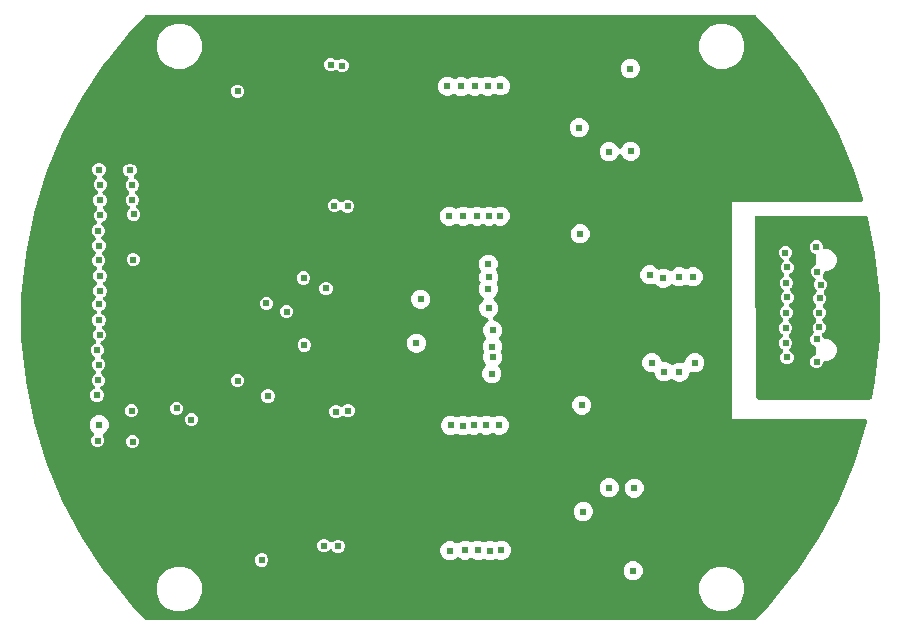
<source format=gbr>
G04 EAGLE Gerber RS-274X export*
G75*
%MOMM*%
%FSLAX34Y34*%
%LPD*%
%INCopper Layer 2*%
%IPPOS*%
%AMOC8*
5,1,8,0,0,1.08239X$1,22.5*%
G01*
%ADD10C,0.610000*%

G36*
X777500Y4008D02*
X777500Y4008D01*
X777570Y4006D01*
X777698Y4028D01*
X777828Y4041D01*
X777895Y4061D01*
X777964Y4073D01*
X778085Y4120D01*
X778210Y4159D01*
X778271Y4192D01*
X778336Y4218D01*
X778445Y4288D01*
X778560Y4350D01*
X778614Y4396D01*
X778672Y4433D01*
X778842Y4588D01*
X778865Y4608D01*
X778870Y4614D01*
X778878Y4621D01*
X789447Y15722D01*
X789478Y15761D01*
X789544Y15832D01*
X812062Y43270D01*
X812094Y43317D01*
X812179Y43427D01*
X831899Y72941D01*
X831926Y72991D01*
X832000Y73109D01*
X848732Y104413D01*
X848754Y104465D01*
X848816Y104590D01*
X862399Y137383D01*
X862416Y137438D01*
X862465Y137568D01*
X872769Y171535D01*
X872780Y171591D01*
X872817Y171725D01*
X872820Y171743D01*
X872823Y171767D01*
X872829Y171790D01*
X872835Y171868D01*
X872846Y171927D01*
X872846Y172007D01*
X872859Y172140D01*
X872856Y172165D01*
X872858Y172189D01*
X872844Y172296D01*
X872844Y172326D01*
X872835Y172371D01*
X872817Y172538D01*
X872810Y172561D01*
X872807Y172585D01*
X872763Y172714D01*
X872762Y172717D01*
X872760Y172722D01*
X872750Y172751D01*
X872698Y172919D01*
X872686Y172940D01*
X872678Y172963D01*
X872590Y173115D01*
X872505Y173269D01*
X872489Y173287D01*
X872477Y173308D01*
X872360Y173439D01*
X872246Y173573D01*
X872227Y173588D01*
X872211Y173606D01*
X872070Y173711D01*
X871932Y173820D01*
X871911Y173831D01*
X871891Y173845D01*
X871733Y173920D01*
X871576Y173999D01*
X871552Y174006D01*
X871530Y174016D01*
X871360Y174058D01*
X871190Y174105D01*
X871166Y174106D01*
X871142Y174112D01*
X870864Y174132D01*
X758347Y174378D01*
X758347Y357648D01*
X867266Y357724D01*
X867389Y357737D01*
X867513Y357740D01*
X867588Y357757D01*
X867664Y357764D01*
X867782Y357801D01*
X867903Y357829D01*
X867972Y357860D01*
X868045Y357883D01*
X868154Y357942D01*
X868266Y357993D01*
X868328Y358038D01*
X868395Y358075D01*
X868490Y358154D01*
X868590Y358227D01*
X868642Y358283D01*
X868701Y358332D01*
X868777Y358429D01*
X868861Y358520D01*
X868901Y358586D01*
X868948Y358645D01*
X869004Y358756D01*
X869069Y358862D01*
X869095Y358934D01*
X869129Y359002D01*
X869162Y359121D01*
X869204Y359238D01*
X869215Y359313D01*
X869235Y359387D01*
X869244Y359510D01*
X869262Y359633D01*
X869258Y359709D01*
X869263Y359785D01*
X869247Y359908D01*
X869240Y360032D01*
X869218Y360130D01*
X869211Y360181D01*
X869196Y360224D01*
X869178Y360304D01*
X862465Y382432D01*
X862444Y382484D01*
X862399Y382617D01*
X848816Y415410D01*
X848789Y415460D01*
X848732Y415587D01*
X832000Y446891D01*
X831968Y446939D01*
X831899Y447059D01*
X812179Y476572D01*
X812143Y476616D01*
X812062Y476730D01*
X789544Y504168D01*
X789508Y504204D01*
X789447Y504278D01*
X778878Y515379D01*
X778825Y515424D01*
X778779Y515476D01*
X778674Y515554D01*
X778576Y515639D01*
X778515Y515673D01*
X778458Y515715D01*
X778341Y515770D01*
X778227Y515834D01*
X778160Y515855D01*
X778097Y515885D01*
X777970Y515916D01*
X777846Y515956D01*
X777777Y515963D01*
X777709Y515980D01*
X777480Y515996D01*
X777449Y515999D01*
X777442Y515998D01*
X777431Y515999D01*
X262569Y515999D01*
X262500Y515992D01*
X262430Y515994D01*
X262302Y515972D01*
X262172Y515959D01*
X262105Y515939D01*
X262036Y515927D01*
X261915Y515880D01*
X261790Y515841D01*
X261729Y515808D01*
X261664Y515782D01*
X261554Y515712D01*
X261440Y515650D01*
X261387Y515605D01*
X261328Y515567D01*
X261158Y515412D01*
X261135Y515392D01*
X261130Y515386D01*
X261122Y515379D01*
X250553Y504278D01*
X250522Y504238D01*
X250456Y504168D01*
X227938Y476730D01*
X227906Y476683D01*
X227821Y476572D01*
X208101Y447059D01*
X208074Y447009D01*
X208000Y446891D01*
X191268Y415587D01*
X191246Y415535D01*
X191184Y415410D01*
X177601Y382617D01*
X177595Y382598D01*
X177587Y382582D01*
X177574Y382535D01*
X177535Y382432D01*
X167231Y348465D01*
X167220Y348410D01*
X167183Y348275D01*
X160258Y313462D01*
X160253Y313405D01*
X160230Y313268D01*
X156751Y277944D01*
X156751Y277887D01*
X156741Y277748D01*
X156741Y242252D01*
X156747Y242196D01*
X156751Y242056D01*
X160230Y206732D01*
X160241Y206677D01*
X160258Y206538D01*
X167183Y171725D01*
X167200Y171671D01*
X167231Y171535D01*
X177535Y137568D01*
X177556Y137516D01*
X177601Y137383D01*
X191184Y104590D01*
X191211Y104540D01*
X191268Y104413D01*
X208000Y73109D01*
X208032Y73061D01*
X208101Y72941D01*
X227821Y43428D01*
X227857Y43384D01*
X227938Y43270D01*
X250456Y15832D01*
X250492Y15796D01*
X250553Y15722D01*
X261122Y4621D01*
X261175Y4576D01*
X261221Y4524D01*
X261326Y4446D01*
X261424Y4361D01*
X261485Y4327D01*
X261542Y4285D01*
X261659Y4230D01*
X261773Y4166D01*
X261840Y4145D01*
X261903Y4115D01*
X262030Y4084D01*
X262154Y4044D01*
X262223Y4037D01*
X262291Y4020D01*
X262520Y4004D01*
X262551Y4001D01*
X262558Y4002D01*
X262569Y4001D01*
X777431Y4001D01*
X777500Y4008D01*
G37*
G36*
X874947Y190516D02*
X874947Y190516D01*
X874981Y190514D01*
X875145Y190536D01*
X875311Y190553D01*
X875343Y190563D01*
X875377Y190567D01*
X875533Y190622D01*
X875692Y190671D01*
X875722Y190687D01*
X875754Y190698D01*
X875897Y190783D01*
X876043Y190862D01*
X876069Y190884D01*
X876098Y190902D01*
X876221Y191013D01*
X876348Y191120D01*
X876369Y191146D01*
X876394Y191169D01*
X876493Y191303D01*
X876596Y191433D01*
X876612Y191463D01*
X876632Y191491D01*
X876702Y191641D01*
X876777Y191789D01*
X876786Y191822D01*
X876801Y191853D01*
X876874Y192122D01*
X879742Y206538D01*
X879747Y206595D01*
X879770Y206732D01*
X883249Y242056D01*
X883249Y242113D01*
X883259Y242252D01*
X883259Y277748D01*
X883253Y277804D01*
X883249Y277944D01*
X879770Y313268D01*
X879759Y313323D01*
X879742Y313462D01*
X873612Y344278D01*
X873603Y344308D01*
X873599Y344339D01*
X873544Y344499D01*
X873495Y344660D01*
X873480Y344688D01*
X873470Y344718D01*
X873385Y344863D01*
X873305Y345011D01*
X873285Y345035D01*
X873269Y345063D01*
X873156Y345188D01*
X873049Y345317D01*
X873024Y345337D01*
X873003Y345361D01*
X872868Y345462D01*
X872737Y345567D01*
X872708Y345581D01*
X872683Y345600D01*
X872531Y345672D01*
X872381Y345749D01*
X872351Y345757D01*
X872322Y345771D01*
X872159Y345811D01*
X871997Y345857D01*
X871965Y345859D01*
X871934Y345867D01*
X871656Y345887D01*
X779442Y346110D01*
X779399Y346106D01*
X779356Y346108D01*
X779201Y346086D01*
X779044Y346071D01*
X779003Y346058D01*
X778960Y346052D01*
X778812Y346000D01*
X778662Y345954D01*
X778624Y345933D01*
X778584Y345919D01*
X778449Y345838D01*
X778311Y345763D01*
X778278Y345735D01*
X778241Y345713D01*
X778125Y345607D01*
X778005Y345506D01*
X777979Y345473D01*
X777947Y345443D01*
X777854Y345316D01*
X777757Y345194D01*
X777737Y345156D01*
X777711Y345121D01*
X777646Y344978D01*
X777575Y344838D01*
X777563Y344797D01*
X777545Y344758D01*
X777509Y344605D01*
X777467Y344454D01*
X777464Y344411D01*
X777454Y344369D01*
X777438Y344090D01*
X779022Y192491D01*
X779024Y192471D01*
X779023Y192452D01*
X779046Y192273D01*
X779066Y192094D01*
X779072Y192075D01*
X779075Y192056D01*
X779133Y191885D01*
X779188Y191714D01*
X779198Y191697D01*
X779204Y191678D01*
X779296Y191522D01*
X779384Y191365D01*
X779396Y191350D01*
X779406Y191333D01*
X779527Y191199D01*
X779644Y191063D01*
X779660Y191051D01*
X779673Y191036D01*
X779817Y190928D01*
X779960Y190818D01*
X779978Y190809D01*
X779993Y190797D01*
X780156Y190721D01*
X780318Y190641D01*
X780337Y190635D01*
X780355Y190627D01*
X780529Y190584D01*
X780704Y190538D01*
X780724Y190537D01*
X780743Y190532D01*
X781021Y190513D01*
X874913Y190513D01*
X874947Y190516D01*
G37*
%LPC*%
G36*
X219586Y188703D02*
X219586Y188703D01*
X217531Y189554D01*
X215958Y191126D01*
X215107Y193181D01*
X215107Y195405D01*
X215958Y197460D01*
X217531Y199033D01*
X217692Y199100D01*
X217712Y199110D01*
X217734Y199117D01*
X217888Y199205D01*
X218044Y199289D01*
X218061Y199303D01*
X218081Y199314D01*
X218215Y199431D01*
X218351Y199544D01*
X218366Y199561D01*
X218383Y199576D01*
X218491Y199717D01*
X218602Y199855D01*
X218612Y199875D01*
X218626Y199893D01*
X218704Y200052D01*
X218785Y200210D01*
X218792Y200232D01*
X218802Y200252D01*
X218846Y200423D01*
X218895Y200594D01*
X218897Y200616D01*
X218902Y200638D01*
X218912Y200815D01*
X218926Y200992D01*
X218923Y201015D01*
X218924Y201037D01*
X218899Y201212D01*
X218877Y201388D01*
X218870Y201410D01*
X218866Y201432D01*
X218807Y201598D01*
X218750Y201767D01*
X218739Y201787D01*
X218731Y201808D01*
X218640Y201959D01*
X218551Y202113D01*
X218536Y202130D01*
X218524Y202150D01*
X218341Y202360D01*
X217000Y203701D01*
X216148Y205756D01*
X216148Y207980D01*
X217000Y210035D01*
X218572Y211608D01*
X218764Y211687D01*
X218777Y211695D01*
X218792Y211699D01*
X218953Y211789D01*
X219116Y211876D01*
X219128Y211886D01*
X219141Y211894D01*
X219281Y212013D01*
X219423Y212131D01*
X219433Y212143D01*
X219444Y212153D01*
X219557Y212298D01*
X219674Y212443D01*
X219681Y212456D01*
X219690Y212468D01*
X219772Y212632D01*
X219857Y212797D01*
X219861Y212812D01*
X219868Y212826D01*
X219916Y213004D01*
X219967Y213181D01*
X219968Y213197D01*
X219972Y213211D01*
X219983Y213395D01*
X219998Y213580D01*
X219996Y213595D01*
X219997Y213610D01*
X219971Y213792D01*
X219949Y213976D01*
X219944Y213991D01*
X219942Y214006D01*
X219881Y214179D01*
X219822Y214355D01*
X219814Y214368D01*
X219809Y214383D01*
X219715Y214541D01*
X219623Y214701D01*
X219613Y214712D01*
X219605Y214726D01*
X219480Y214862D01*
X219358Y215000D01*
X219346Y215010D01*
X219336Y215021D01*
X219187Y215130D01*
X219127Y215175D01*
X217459Y216843D01*
X216608Y218898D01*
X216608Y221122D01*
X217459Y223177D01*
X218517Y224235D01*
X218532Y224253D01*
X218549Y224268D01*
X218658Y224407D01*
X218770Y224545D01*
X218781Y224565D01*
X218795Y224583D01*
X218874Y224741D01*
X218956Y224898D01*
X218963Y224920D01*
X218973Y224940D01*
X219019Y225111D01*
X219069Y225281D01*
X219071Y225304D01*
X219077Y225326D01*
X219088Y225502D01*
X219103Y225679D01*
X219100Y225702D01*
X219101Y225724D01*
X219077Y225900D01*
X219057Y226076D01*
X219050Y226098D01*
X219047Y226120D01*
X218988Y226288D01*
X218933Y226456D01*
X218922Y226476D01*
X218914Y226497D01*
X218823Y226649D01*
X218736Y226803D01*
X218721Y226820D01*
X218709Y226840D01*
X218590Y226971D01*
X218474Y227105D01*
X218456Y227119D01*
X218441Y227135D01*
X218298Y227240D01*
X218157Y227348D01*
X218137Y227358D01*
X218119Y227372D01*
X217869Y227496D01*
X217653Y227585D01*
X216081Y229158D01*
X215230Y231213D01*
X215230Y233437D01*
X216081Y235492D01*
X217653Y237065D01*
X218800Y237539D01*
X218820Y237550D01*
X218841Y237557D01*
X218995Y237644D01*
X219152Y237728D01*
X219169Y237743D01*
X219189Y237754D01*
X219322Y237870D01*
X219459Y237983D01*
X219473Y238001D01*
X219490Y238016D01*
X219598Y238156D01*
X219709Y238295D01*
X219720Y238315D01*
X219734Y238333D01*
X219811Y238492D01*
X219893Y238649D01*
X219899Y238671D01*
X219909Y238692D01*
X219954Y238862D01*
X220002Y239033D01*
X220004Y239056D01*
X220010Y239078D01*
X220020Y239254D01*
X220033Y239432D01*
X220031Y239454D01*
X220032Y239477D01*
X220006Y239652D01*
X219984Y239828D01*
X219977Y239850D01*
X219974Y239872D01*
X219914Y240038D01*
X219858Y240207D01*
X219846Y240227D01*
X219839Y240248D01*
X219747Y240399D01*
X219658Y240553D01*
X219643Y240570D01*
X219631Y240589D01*
X219448Y240800D01*
X218130Y242118D01*
X217279Y244173D01*
X217279Y246397D01*
X218130Y248452D01*
X219535Y249857D01*
X219550Y249875D01*
X219567Y249890D01*
X219676Y250030D01*
X219788Y250167D01*
X219799Y250187D01*
X219813Y250205D01*
X219892Y250363D01*
X219974Y250520D01*
X219981Y250542D01*
X219991Y250563D01*
X220037Y250733D01*
X220087Y250903D01*
X220089Y250926D01*
X220095Y250948D01*
X220106Y251125D01*
X220121Y251301D01*
X220118Y251324D01*
X220119Y251347D01*
X220095Y251523D01*
X220075Y251698D01*
X220068Y251720D01*
X220064Y251743D01*
X220005Y251910D01*
X219951Y252078D01*
X219939Y252098D01*
X219932Y252119D01*
X219841Y252271D01*
X219754Y252425D01*
X219739Y252443D01*
X219727Y252462D01*
X219608Y252593D01*
X219492Y252727D01*
X219474Y252741D01*
X219458Y252758D01*
X219315Y252863D01*
X219238Y252922D01*
X217579Y254581D01*
X216728Y256636D01*
X216728Y258860D01*
X217579Y260915D01*
X219151Y262488D01*
X219361Y262574D01*
X219374Y262582D01*
X219389Y262586D01*
X219550Y262676D01*
X219713Y262763D01*
X219725Y262773D01*
X219738Y262781D01*
X219879Y262901D01*
X220020Y263019D01*
X220030Y263030D01*
X220041Y263040D01*
X220155Y263186D01*
X220271Y263330D01*
X220278Y263343D01*
X220287Y263355D01*
X220370Y263521D01*
X220454Y263684D01*
X220458Y263699D01*
X220465Y263713D01*
X220513Y263891D01*
X220564Y264068D01*
X220565Y264084D01*
X220569Y264098D01*
X220580Y264282D01*
X220595Y264467D01*
X220593Y264482D01*
X220594Y264497D01*
X220569Y264679D01*
X220546Y264863D01*
X220541Y264878D01*
X220539Y264893D01*
X220478Y265067D01*
X220419Y265242D01*
X220411Y265255D01*
X220406Y265269D01*
X220312Y265428D01*
X220220Y265588D01*
X220210Y265599D01*
X220202Y265612D01*
X220077Y265749D01*
X219955Y265887D01*
X219943Y265897D01*
X219933Y265908D01*
X219784Y266017D01*
X219637Y266128D01*
X219623Y266135D01*
X219611Y266144D01*
X219361Y266269D01*
X219174Y266346D01*
X217601Y267919D01*
X216750Y269974D01*
X216750Y272198D01*
X217601Y274253D01*
X219175Y275827D01*
X219194Y275850D01*
X219217Y275870D01*
X219321Y276005D01*
X219428Y276136D01*
X219442Y276163D01*
X219461Y276187D01*
X219535Y276340D01*
X219614Y276490D01*
X219623Y276519D01*
X219636Y276546D01*
X219679Y276710D01*
X219727Y276873D01*
X219729Y276903D01*
X219737Y276932D01*
X219746Y277102D01*
X219761Y277271D01*
X219757Y277301D01*
X219759Y277331D01*
X219734Y277499D01*
X219715Y277668D01*
X219705Y277696D01*
X219701Y277726D01*
X219644Y277886D01*
X219591Y278047D01*
X219576Y278074D01*
X219566Y278102D01*
X219478Y278247D01*
X219394Y278395D01*
X219374Y278418D01*
X219359Y278444D01*
X219175Y278654D01*
X218527Y279302D01*
X217676Y281357D01*
X217676Y283581D01*
X218527Y285636D01*
X220300Y287409D01*
X220320Y287433D01*
X220342Y287452D01*
X220445Y287586D01*
X220553Y287718D01*
X220567Y287745D01*
X220586Y287769D01*
X220660Y287921D01*
X220740Y288072D01*
X220748Y288101D01*
X220761Y288128D01*
X220804Y288292D01*
X220852Y288455D01*
X220854Y288485D01*
X220862Y288514D01*
X220871Y288683D01*
X220886Y288853D01*
X220882Y288883D01*
X220884Y288913D01*
X220859Y289081D01*
X220840Y289250D01*
X220831Y289278D01*
X220826Y289308D01*
X220769Y289468D01*
X220716Y289629D01*
X220701Y289656D01*
X220691Y289684D01*
X220603Y289829D01*
X220519Y289977D01*
X220499Y290000D01*
X220484Y290026D01*
X220300Y290236D01*
X218527Y292009D01*
X217676Y294064D01*
X217676Y296288D01*
X218527Y298343D01*
X220371Y300186D01*
X220385Y300204D01*
X220402Y300219D01*
X220511Y300358D01*
X220624Y300496D01*
X220634Y300516D01*
X220648Y300534D01*
X220727Y300692D01*
X220810Y300849D01*
X220816Y300871D01*
X220826Y300891D01*
X220872Y301062D01*
X220922Y301232D01*
X220924Y301255D01*
X220930Y301277D01*
X220941Y301452D01*
X220956Y301630D01*
X220953Y301653D01*
X220955Y301676D01*
X220931Y301851D01*
X220910Y302027D01*
X220903Y302049D01*
X220900Y302071D01*
X220841Y302239D01*
X220786Y302407D01*
X220775Y302427D01*
X220768Y302448D01*
X220677Y302600D01*
X220589Y302754D01*
X220574Y302772D01*
X220563Y302791D01*
X220444Y302922D01*
X220327Y303056D01*
X220309Y303070D01*
X220294Y303087D01*
X220151Y303191D01*
X220011Y303299D01*
X219990Y303309D01*
X219972Y303323D01*
X219722Y303447D01*
X219048Y303726D01*
X217476Y305299D01*
X216625Y307354D01*
X216625Y309578D01*
X217476Y311633D01*
X219169Y313326D01*
X219189Y313350D01*
X219211Y313370D01*
X219315Y313504D01*
X219422Y313636D01*
X219436Y313662D01*
X219455Y313686D01*
X219529Y313839D01*
X219608Y313989D01*
X219617Y314018D01*
X219630Y314045D01*
X219673Y314209D01*
X219721Y314372D01*
X219723Y314402D01*
X219731Y314432D01*
X219740Y314600D01*
X219755Y314770D01*
X219751Y314800D01*
X219753Y314830D01*
X219728Y314998D01*
X219709Y315167D01*
X219699Y315196D01*
X219695Y315226D01*
X219638Y315385D01*
X219585Y315547D01*
X219570Y315573D01*
X219560Y315602D01*
X219472Y315746D01*
X219388Y315894D01*
X219368Y315917D01*
X219352Y315943D01*
X219169Y316154D01*
X217635Y317688D01*
X216783Y319743D01*
X216783Y321967D01*
X217635Y324022D01*
X219076Y325463D01*
X219090Y325481D01*
X219107Y325496D01*
X219216Y325635D01*
X219328Y325773D01*
X219339Y325793D01*
X219353Y325811D01*
X219432Y325969D01*
X219515Y326126D01*
X219521Y326148D01*
X219531Y326168D01*
X219577Y326339D01*
X219627Y326509D01*
X219629Y326532D01*
X219635Y326554D01*
X219646Y326730D01*
X219661Y326907D01*
X219658Y326930D01*
X219660Y326953D01*
X219635Y327128D01*
X219615Y327304D01*
X219608Y327326D01*
X219605Y327348D01*
X219546Y327515D01*
X219491Y327684D01*
X219480Y327704D01*
X219472Y327725D01*
X219382Y327877D01*
X219294Y328031D01*
X219279Y328048D01*
X219268Y328068D01*
X219149Y328199D01*
X219032Y328333D01*
X219014Y328347D01*
X218999Y328363D01*
X218856Y328468D01*
X218716Y328576D01*
X218695Y328586D01*
X218677Y328600D01*
X218596Y328640D01*
X216999Y330237D01*
X216148Y332292D01*
X216148Y334516D01*
X216999Y336571D01*
X218572Y338143D01*
X219662Y338595D01*
X219682Y338606D01*
X219704Y338613D01*
X219858Y338700D01*
X220014Y338784D01*
X220032Y338798D01*
X220052Y338810D01*
X220185Y338926D01*
X220322Y339039D01*
X220336Y339057D01*
X220353Y339072D01*
X220461Y339212D01*
X220572Y339350D01*
X220583Y339370D01*
X220596Y339388D01*
X220675Y339548D01*
X220756Y339705D01*
X220762Y339727D01*
X220772Y339747D01*
X220817Y339919D01*
X220865Y340089D01*
X220867Y340112D01*
X220873Y340134D01*
X220882Y340310D01*
X220896Y340487D01*
X220893Y340510D01*
X220895Y340532D01*
X220869Y340707D01*
X220847Y340884D01*
X220840Y340905D01*
X220837Y340928D01*
X220777Y341095D01*
X220721Y341262D01*
X220709Y341282D01*
X220702Y341304D01*
X220610Y341455D01*
X220521Y341609D01*
X220506Y341626D01*
X220494Y341645D01*
X220311Y341856D01*
X218746Y343420D01*
X217895Y345475D01*
X217895Y347699D01*
X218746Y349754D01*
X220393Y351401D01*
X220407Y351418D01*
X220424Y351433D01*
X220534Y351573D01*
X220646Y351710D01*
X220656Y351730D01*
X220670Y351748D01*
X220749Y351906D01*
X220832Y352063D01*
X220838Y352085D01*
X220848Y352105D01*
X220894Y352276D01*
X220944Y352446D01*
X220946Y352469D01*
X220952Y352491D01*
X220963Y352668D01*
X220978Y352844D01*
X220976Y352867D01*
X220977Y352890D01*
X220953Y353065D01*
X220932Y353241D01*
X220925Y353263D01*
X220922Y353285D01*
X220863Y353453D01*
X220808Y353621D01*
X220797Y353641D01*
X220790Y353662D01*
X220699Y353814D01*
X220612Y353969D01*
X220597Y353986D01*
X220585Y354005D01*
X220466Y354136D01*
X220350Y354270D01*
X220332Y354284D01*
X220316Y354301D01*
X220173Y354406D01*
X220076Y354480D01*
X218429Y356128D01*
X217578Y358182D01*
X217578Y360407D01*
X218429Y362461D01*
X220001Y364034D01*
X220252Y364138D01*
X220266Y364145D01*
X220280Y364150D01*
X220441Y364239D01*
X220604Y364327D01*
X220616Y364337D01*
X220629Y364344D01*
X220769Y364464D01*
X220911Y364582D01*
X220921Y364594D01*
X220933Y364604D01*
X221046Y364749D01*
X221162Y364893D01*
X221169Y364907D01*
X221178Y364919D01*
X221260Y365084D01*
X221345Y365248D01*
X221350Y365263D01*
X221356Y365276D01*
X221404Y365453D01*
X221455Y365632D01*
X221456Y365647D01*
X221460Y365662D01*
X221471Y365845D01*
X221486Y366030D01*
X221484Y366045D01*
X221485Y366061D01*
X221460Y366242D01*
X221437Y366427D01*
X221432Y366441D01*
X221430Y366456D01*
X221369Y366630D01*
X221310Y366805D01*
X221303Y366819D01*
X221298Y366833D01*
X221203Y366991D01*
X221111Y367151D01*
X221101Y367163D01*
X221093Y367176D01*
X220969Y367312D01*
X220847Y367451D01*
X220834Y367460D01*
X220824Y367471D01*
X220675Y367581D01*
X220528Y367692D01*
X220521Y367695D01*
X218905Y369311D01*
X218054Y371366D01*
X218054Y373590D01*
X218905Y375645D01*
X220273Y377012D01*
X220287Y377030D01*
X220304Y377045D01*
X220414Y377185D01*
X220525Y377322D01*
X220536Y377342D01*
X220550Y377360D01*
X220629Y377518D01*
X220712Y377675D01*
X220718Y377697D01*
X220728Y377717D01*
X220774Y377888D01*
X220824Y378058D01*
X220826Y378081D01*
X220832Y378103D01*
X220843Y378279D01*
X220858Y378456D01*
X220855Y378479D01*
X220857Y378501D01*
X220832Y378677D01*
X220812Y378853D01*
X220805Y378874D01*
X220802Y378897D01*
X220743Y379065D01*
X220688Y379233D01*
X220677Y379252D01*
X220669Y379274D01*
X220578Y379426D01*
X220491Y379580D01*
X220476Y379597D01*
X220465Y379617D01*
X220345Y379748D01*
X220229Y379882D01*
X220211Y379896D01*
X220196Y379912D01*
X220053Y380017D01*
X219913Y380125D01*
X219892Y380135D01*
X219874Y380148D01*
X219624Y380273D01*
X219207Y380446D01*
X217635Y382018D01*
X216783Y384073D01*
X216783Y386297D01*
X217635Y388352D01*
X219207Y389925D01*
X221262Y390776D01*
X223486Y390776D01*
X225541Y389925D01*
X227114Y388352D01*
X227965Y386297D01*
X227965Y384073D01*
X227114Y382018D01*
X225746Y380651D01*
X225732Y380634D01*
X225715Y380619D01*
X225605Y380478D01*
X225494Y380342D01*
X225483Y380322D01*
X225469Y380304D01*
X225390Y380146D01*
X225307Y379989D01*
X225301Y379967D01*
X225291Y379946D01*
X225245Y379776D01*
X225195Y379605D01*
X225193Y379583D01*
X225187Y379561D01*
X225176Y379385D01*
X225161Y379207D01*
X225164Y379185D01*
X225162Y379162D01*
X225187Y378987D01*
X225207Y378810D01*
X225214Y378789D01*
X225217Y378766D01*
X225276Y378598D01*
X225331Y378431D01*
X225342Y378411D01*
X225350Y378390D01*
X225441Y378237D01*
X225528Y378083D01*
X225543Y378066D01*
X225554Y378047D01*
X225674Y377915D01*
X225790Y377782D01*
X225808Y377768D01*
X225823Y377751D01*
X225966Y377646D01*
X226106Y377538D01*
X226127Y377528D01*
X226145Y377515D01*
X226395Y377390D01*
X226812Y377218D01*
X228384Y375645D01*
X229236Y373590D01*
X229236Y371366D01*
X228384Y369311D01*
X226812Y367739D01*
X226561Y367635D01*
X226548Y367627D01*
X226533Y367623D01*
X226373Y367533D01*
X226209Y367446D01*
X226197Y367436D01*
X226184Y367429D01*
X226044Y367309D01*
X225902Y367191D01*
X225892Y367179D01*
X225881Y367169D01*
X225767Y367023D01*
X225651Y366879D01*
X225644Y366866D01*
X225635Y366854D01*
X225553Y366689D01*
X225468Y366525D01*
X225463Y366510D01*
X225457Y366496D01*
X225409Y366319D01*
X225358Y366141D01*
X225357Y366125D01*
X225353Y366111D01*
X225342Y365928D01*
X225327Y365742D01*
X225329Y365727D01*
X225328Y365712D01*
X225353Y365530D01*
X225376Y365346D01*
X225381Y365331D01*
X225383Y365316D01*
X225444Y365142D01*
X225503Y364967D01*
X225511Y364954D01*
X225516Y364940D01*
X225611Y364780D01*
X225702Y364621D01*
X225712Y364610D01*
X225720Y364597D01*
X225845Y364459D01*
X225967Y364322D01*
X225979Y364312D01*
X225989Y364301D01*
X226138Y364192D01*
X226285Y364081D01*
X226292Y364077D01*
X227908Y362461D01*
X228759Y360407D01*
X228759Y358182D01*
X227908Y356128D01*
X226262Y354481D01*
X226247Y354464D01*
X226230Y354449D01*
X226121Y354309D01*
X226009Y354172D01*
X225998Y354152D01*
X225984Y354134D01*
X225905Y353976D01*
X225822Y353819D01*
X225816Y353797D01*
X225806Y353776D01*
X225760Y353606D01*
X225710Y353435D01*
X225708Y353413D01*
X225702Y353391D01*
X225691Y353214D01*
X225676Y353037D01*
X225679Y353015D01*
X225677Y352992D01*
X225702Y352816D01*
X225722Y352641D01*
X225729Y352619D01*
X225732Y352596D01*
X225791Y352429D01*
X225846Y352261D01*
X225857Y352241D01*
X225865Y352220D01*
X225955Y352068D01*
X226043Y351913D01*
X226058Y351896D01*
X226069Y351877D01*
X226188Y351746D01*
X226305Y351612D01*
X226323Y351598D01*
X226338Y351581D01*
X226481Y351476D01*
X226578Y351402D01*
X228226Y349754D01*
X229077Y347699D01*
X229077Y345475D01*
X228226Y343420D01*
X226653Y341848D01*
X225562Y341396D01*
X225542Y341385D01*
X225521Y341378D01*
X225367Y341291D01*
X225210Y341207D01*
X225193Y341193D01*
X225173Y341181D01*
X225040Y341065D01*
X224903Y340952D01*
X224889Y340934D01*
X224872Y340919D01*
X224764Y340779D01*
X224653Y340641D01*
X224642Y340621D01*
X224628Y340603D01*
X224550Y340443D01*
X224469Y340286D01*
X224463Y340264D01*
X224453Y340244D01*
X224408Y340073D01*
X224360Y339902D01*
X224358Y339879D01*
X224352Y339857D01*
X224342Y339682D01*
X224329Y339504D01*
X224331Y339481D01*
X224330Y339458D01*
X224356Y339284D01*
X224377Y339107D01*
X224385Y339086D01*
X224388Y339063D01*
X224448Y338897D01*
X224504Y338729D01*
X224516Y338709D01*
X224523Y338687D01*
X224615Y338536D01*
X224704Y338382D01*
X224719Y338365D01*
X224731Y338346D01*
X224914Y338135D01*
X226478Y336571D01*
X227330Y334516D01*
X227330Y332292D01*
X226478Y330237D01*
X225037Y328796D01*
X225023Y328778D01*
X225006Y328763D01*
X224897Y328624D01*
X224784Y328486D01*
X224774Y328466D01*
X224760Y328448D01*
X224681Y328290D01*
X224598Y328133D01*
X224592Y328111D01*
X224582Y328091D01*
X224536Y327920D01*
X224486Y327750D01*
X224484Y327727D01*
X224478Y327705D01*
X224467Y327529D01*
X224452Y327352D01*
X224455Y327329D01*
X224453Y327306D01*
X224477Y327131D01*
X224498Y326955D01*
X224505Y326933D01*
X224508Y326911D01*
X224567Y326744D01*
X224622Y326575D01*
X224633Y326555D01*
X224640Y326534D01*
X224731Y326382D01*
X224819Y326228D01*
X224834Y326211D01*
X224845Y326191D01*
X224964Y326060D01*
X225081Y325926D01*
X225099Y325912D01*
X225114Y325896D01*
X225257Y325791D01*
X225397Y325683D01*
X225418Y325673D01*
X225436Y325659D01*
X225517Y325619D01*
X227114Y324022D01*
X227965Y321967D01*
X227965Y319743D01*
X227114Y317688D01*
X225420Y315995D01*
X225401Y315971D01*
X225378Y315952D01*
X225275Y315817D01*
X225167Y315686D01*
X225153Y315659D01*
X225135Y315635D01*
X225060Y315483D01*
X224981Y315332D01*
X224972Y315303D01*
X224959Y315276D01*
X224917Y315113D01*
X224869Y314949D01*
X224866Y314919D01*
X224859Y314890D01*
X224849Y314721D01*
X224835Y314551D01*
X224838Y314521D01*
X224837Y314491D01*
X224861Y314323D01*
X224881Y314154D01*
X224890Y314125D01*
X224894Y314096D01*
X224952Y313936D01*
X225005Y313775D01*
X225019Y313748D01*
X225030Y313720D01*
X225117Y313575D01*
X225201Y313427D01*
X225221Y313404D01*
X225237Y313378D01*
X225420Y313168D01*
X226955Y311633D01*
X227806Y309578D01*
X227806Y307354D01*
X226955Y305299D01*
X225112Y303456D01*
X225097Y303438D01*
X225080Y303423D01*
X224972Y303284D01*
X224859Y303147D01*
X224848Y303126D01*
X224834Y303108D01*
X224755Y302950D01*
X224673Y302793D01*
X224666Y302771D01*
X224656Y302751D01*
X224610Y302580D01*
X224560Y302410D01*
X224558Y302387D01*
X224552Y302365D01*
X224541Y302189D01*
X224526Y302012D01*
X224529Y301989D01*
X224528Y301967D01*
X224552Y301791D01*
X224572Y301615D01*
X224579Y301594D01*
X224582Y301571D01*
X224641Y301403D01*
X224696Y301235D01*
X224707Y301216D01*
X224715Y301194D01*
X224806Y301042D01*
X224893Y300888D01*
X224908Y300871D01*
X224919Y300851D01*
X225038Y300720D01*
X225155Y300586D01*
X225173Y300573D01*
X225188Y300556D01*
X225331Y300451D01*
X225472Y300343D01*
X225492Y300333D01*
X225510Y300320D01*
X225760Y300195D01*
X226434Y299916D01*
X228007Y298343D01*
X228858Y296288D01*
X228858Y294064D01*
X228007Y292009D01*
X226234Y290236D01*
X226214Y290213D01*
X226192Y290193D01*
X226089Y290059D01*
X225981Y289927D01*
X225967Y289900D01*
X225948Y289876D01*
X225874Y289724D01*
X225795Y289574D01*
X225786Y289545D01*
X225773Y289518D01*
X225730Y289354D01*
X225682Y289191D01*
X225680Y289160D01*
X225672Y289131D01*
X225663Y288962D01*
X225648Y288793D01*
X225652Y288762D01*
X225650Y288732D01*
X225675Y288564D01*
X225694Y288396D01*
X225704Y288367D01*
X225708Y288337D01*
X225766Y288177D01*
X225818Y288016D01*
X225833Y287990D01*
X225843Y287961D01*
X225931Y287817D01*
X226015Y287669D01*
X226035Y287646D01*
X226050Y287620D01*
X226234Y287409D01*
X228007Y285636D01*
X228858Y283581D01*
X228858Y281357D01*
X228007Y279302D01*
X226432Y277728D01*
X226413Y277705D01*
X226390Y277685D01*
X226286Y277550D01*
X226179Y277419D01*
X226165Y277392D01*
X226147Y277368D01*
X226072Y277215D01*
X225993Y277065D01*
X225985Y277036D01*
X225971Y277009D01*
X225928Y276845D01*
X225881Y276682D01*
X225878Y276652D01*
X225871Y276623D01*
X225861Y276453D01*
X225847Y276284D01*
X225850Y276254D01*
X225849Y276224D01*
X225873Y276056D01*
X225893Y275887D01*
X225902Y275858D01*
X225907Y275829D01*
X225964Y275669D01*
X226017Y275508D01*
X226032Y275481D01*
X226042Y275453D01*
X226130Y275308D01*
X226213Y275160D01*
X226233Y275137D01*
X226249Y275111D01*
X226432Y274901D01*
X227080Y274253D01*
X227931Y272198D01*
X227931Y269974D01*
X227080Y267919D01*
X225508Y266346D01*
X225298Y266259D01*
X225284Y266252D01*
X225270Y266247D01*
X225109Y266158D01*
X224946Y266070D01*
X224934Y266061D01*
X224921Y266053D01*
X224780Y265933D01*
X224639Y265815D01*
X224629Y265803D01*
X224618Y265793D01*
X224504Y265647D01*
X224388Y265504D01*
X224381Y265491D01*
X224372Y265479D01*
X224289Y265313D01*
X224205Y265149D01*
X224200Y265135D01*
X224194Y265121D01*
X224146Y264943D01*
X224095Y264765D01*
X224094Y264750D01*
X224090Y264735D01*
X224079Y264552D01*
X224064Y264367D01*
X224066Y264352D01*
X224065Y264337D01*
X224090Y264155D01*
X224113Y263971D01*
X224118Y263956D01*
X224120Y263941D01*
X224181Y263767D01*
X224240Y263592D01*
X224247Y263579D01*
X224252Y263564D01*
X224347Y263406D01*
X224439Y263246D01*
X224449Y263234D01*
X224457Y263221D01*
X224582Y263084D01*
X224704Y262946D01*
X224716Y262937D01*
X224726Y262926D01*
X224875Y262817D01*
X225022Y262705D01*
X225036Y262699D01*
X225048Y262690D01*
X225298Y262565D01*
X225485Y262488D01*
X227058Y260915D01*
X227909Y258860D01*
X227909Y256636D01*
X227058Y254581D01*
X225653Y253176D01*
X225638Y253158D01*
X225621Y253143D01*
X225511Y253003D01*
X225400Y252867D01*
X225389Y252846D01*
X225375Y252828D01*
X225296Y252670D01*
X225214Y252513D01*
X225207Y252491D01*
X225197Y252471D01*
X225151Y252301D01*
X225101Y252130D01*
X225099Y252107D01*
X225093Y252085D01*
X225082Y251908D01*
X225067Y251732D01*
X225070Y251709D01*
X225069Y251686D01*
X225093Y251511D01*
X225113Y251335D01*
X225120Y251314D01*
X225123Y251291D01*
X225182Y251123D01*
X225237Y250956D01*
X225248Y250936D01*
X225256Y250914D01*
X225347Y250762D01*
X225434Y250608D01*
X225449Y250591D01*
X225461Y250571D01*
X225580Y250440D01*
X225696Y250307D01*
X225714Y250293D01*
X225730Y250276D01*
X225873Y250171D01*
X225950Y250111D01*
X227609Y248452D01*
X228460Y246397D01*
X228460Y244173D01*
X227609Y242118D01*
X226037Y240546D01*
X224890Y240071D01*
X224870Y240060D01*
X224849Y240053D01*
X224695Y239966D01*
X224538Y239882D01*
X224521Y239867D01*
X224501Y239856D01*
X224367Y239740D01*
X224231Y239627D01*
X224217Y239609D01*
X224200Y239594D01*
X224091Y239453D01*
X223980Y239316D01*
X223970Y239296D01*
X223956Y239277D01*
X223878Y239118D01*
X223797Y238961D01*
X223791Y238939D01*
X223781Y238919D01*
X223736Y238748D01*
X223687Y238577D01*
X223686Y238554D01*
X223680Y238532D01*
X223670Y238356D01*
X223656Y238179D01*
X223659Y238156D01*
X223658Y238133D01*
X223684Y237959D01*
X223705Y237782D01*
X223713Y237761D01*
X223716Y237738D01*
X223776Y237571D01*
X223832Y237403D01*
X223843Y237384D01*
X223851Y237362D01*
X223943Y237211D01*
X224032Y237057D01*
X224047Y237040D01*
X224058Y237021D01*
X224242Y236810D01*
X225560Y235492D01*
X226411Y233437D01*
X226411Y231213D01*
X225560Y229158D01*
X224502Y228100D01*
X224487Y228082D01*
X224470Y228067D01*
X224361Y227928D01*
X224249Y227790D01*
X224238Y227770D01*
X224224Y227752D01*
X224145Y227594D01*
X224062Y227437D01*
X224056Y227415D01*
X224046Y227395D01*
X224000Y227224D01*
X223950Y227054D01*
X223948Y227031D01*
X223942Y227009D01*
X223931Y226833D01*
X223916Y226656D01*
X223919Y226633D01*
X223917Y226611D01*
X223942Y226435D01*
X223962Y226259D01*
X223969Y226238D01*
X223972Y226215D01*
X224031Y226048D01*
X224086Y225879D01*
X224097Y225860D01*
X224105Y225838D01*
X224195Y225686D01*
X224283Y225532D01*
X224298Y225515D01*
X224309Y225495D01*
X224429Y225364D01*
X224545Y225230D01*
X224563Y225217D01*
X224578Y225200D01*
X224721Y225095D01*
X224862Y224987D01*
X224882Y224977D01*
X224900Y224964D01*
X225150Y224839D01*
X225366Y224750D01*
X226938Y223177D01*
X227789Y221122D01*
X227789Y218898D01*
X226938Y216843D01*
X225366Y215271D01*
X225174Y215191D01*
X225160Y215184D01*
X225146Y215179D01*
X224985Y215090D01*
X224822Y215002D01*
X224810Y214992D01*
X224797Y214985D01*
X224657Y214866D01*
X224515Y214747D01*
X224505Y214735D01*
X224493Y214725D01*
X224380Y214580D01*
X224264Y214436D01*
X224257Y214422D01*
X224248Y214410D01*
X224166Y214246D01*
X224081Y214081D01*
X224076Y214067D01*
X224070Y214053D01*
X224022Y213875D01*
X223971Y213697D01*
X223970Y213682D01*
X223966Y213667D01*
X223955Y213483D01*
X223940Y213299D01*
X223942Y213284D01*
X223941Y213268D01*
X223966Y213086D01*
X223989Y212903D01*
X223994Y212888D01*
X223996Y212873D01*
X224057Y212700D01*
X224116Y212524D01*
X224123Y212510D01*
X224129Y212496D01*
X224223Y212337D01*
X224315Y212178D01*
X224325Y212166D01*
X224333Y212153D01*
X224458Y212016D01*
X224580Y211878D01*
X224592Y211869D01*
X224602Y211858D01*
X224751Y211749D01*
X224811Y211703D01*
X226479Y210035D01*
X227330Y207980D01*
X227330Y205756D01*
X226479Y203702D01*
X224906Y202129D01*
X224745Y202062D01*
X224725Y202051D01*
X224703Y202044D01*
X224549Y201957D01*
X224393Y201873D01*
X224376Y201859D01*
X224356Y201847D01*
X224222Y201731D01*
X224086Y201618D01*
X224071Y201600D01*
X224054Y201585D01*
X223946Y201445D01*
X223835Y201307D01*
X223825Y201287D01*
X223811Y201269D01*
X223733Y201110D01*
X223652Y200952D01*
X223645Y200930D01*
X223635Y200910D01*
X223591Y200739D01*
X223542Y200568D01*
X223540Y200545D01*
X223535Y200523D01*
X223525Y200347D01*
X223511Y200170D01*
X223514Y200147D01*
X223513Y200125D01*
X223538Y199950D01*
X223560Y199773D01*
X223567Y199752D01*
X223571Y199729D01*
X223630Y199563D01*
X223687Y199395D01*
X223698Y199375D01*
X223706Y199353D01*
X223797Y199203D01*
X223886Y199049D01*
X223901Y199031D01*
X223913Y199012D01*
X224096Y198801D01*
X225437Y197460D01*
X226288Y195405D01*
X226288Y193181D01*
X225437Y191126D01*
X223865Y189554D01*
X221810Y188703D01*
X219586Y188703D01*
G37*
%LPD*%
%LPC*%
G36*
X553269Y204424D02*
X553269Y204424D01*
X550310Y205649D01*
X548046Y207914D01*
X546820Y210873D01*
X546820Y214076D01*
X548046Y217035D01*
X549393Y218382D01*
X549412Y218405D01*
X549435Y218425D01*
X549538Y218560D01*
X549646Y218691D01*
X549660Y218718D01*
X549678Y218742D01*
X549753Y218894D01*
X549832Y219044D01*
X549840Y219073D01*
X549854Y219101D01*
X549896Y219264D01*
X549944Y219428D01*
X549947Y219458D01*
X549954Y219487D01*
X549964Y219656D01*
X549978Y219826D01*
X549975Y219856D01*
X549976Y219886D01*
X549952Y220054D01*
X549932Y220222D01*
X549923Y220251D01*
X549918Y220281D01*
X549861Y220441D01*
X549808Y220602D01*
X549793Y220628D01*
X549783Y220657D01*
X549695Y220802D01*
X549612Y220950D01*
X549592Y220973D01*
X549576Y220998D01*
X549393Y221209D01*
X548837Y221765D01*
X547611Y224724D01*
X547611Y227927D01*
X548423Y229886D01*
X548436Y229930D01*
X548456Y229970D01*
X548494Y230120D01*
X548538Y230268D01*
X548542Y230314D01*
X548554Y230358D01*
X548561Y230512D01*
X548575Y230666D01*
X548570Y230711D01*
X548572Y230757D01*
X548549Y230909D01*
X548532Y231063D01*
X548518Y231107D01*
X548512Y231151D01*
X548423Y231416D01*
X547479Y233694D01*
X547479Y236897D01*
X548705Y239856D01*
X549722Y240873D01*
X549742Y240896D01*
X549765Y240916D01*
X549868Y241051D01*
X549975Y241182D01*
X549989Y241209D01*
X550008Y241233D01*
X550082Y241386D01*
X550162Y241536D01*
X550170Y241565D01*
X550183Y241592D01*
X550226Y241756D01*
X550274Y241919D01*
X550277Y241949D01*
X550284Y241978D01*
X550293Y242147D01*
X550308Y242317D01*
X550304Y242347D01*
X550306Y242377D01*
X550281Y242545D01*
X550262Y242714D01*
X550253Y242742D01*
X550248Y242772D01*
X550191Y242933D01*
X550138Y243093D01*
X550123Y243120D01*
X550113Y243148D01*
X550025Y243293D01*
X549941Y243441D01*
X549921Y243464D01*
X549906Y243490D01*
X549723Y243700D01*
X548837Y244586D01*
X547611Y247545D01*
X547611Y250748D01*
X548837Y253707D01*
X551117Y255987D01*
X551217Y256042D01*
X551380Y256130D01*
X551392Y256140D01*
X551405Y256147D01*
X551545Y256267D01*
X551687Y256385D01*
X551697Y256397D01*
X551708Y256407D01*
X551823Y256553D01*
X551938Y256696D01*
X551945Y256710D01*
X551954Y256722D01*
X552036Y256886D01*
X552122Y257051D01*
X552126Y257066D01*
X552132Y257079D01*
X552180Y257255D01*
X552231Y257435D01*
X552232Y257450D01*
X552236Y257465D01*
X552248Y257649D01*
X552262Y257833D01*
X552260Y257848D01*
X552261Y257863D01*
X552236Y258046D01*
X552213Y258230D01*
X552208Y258244D01*
X552206Y258259D01*
X552145Y258433D01*
X552086Y258608D01*
X552079Y258622D01*
X552074Y258636D01*
X551979Y258794D01*
X551887Y258954D01*
X551877Y258966D01*
X551869Y258979D01*
X551745Y259115D01*
X551623Y259254D01*
X551610Y259263D01*
X551600Y259274D01*
X551451Y259384D01*
X551304Y259495D01*
X551290Y259501D01*
X551278Y259510D01*
X551028Y259635D01*
X547850Y260951D01*
X545585Y263216D01*
X544360Y266175D01*
X544360Y269378D01*
X545585Y272337D01*
X547487Y274239D01*
X547506Y274262D01*
X547529Y274282D01*
X547632Y274416D01*
X547740Y274548D01*
X547754Y274575D01*
X547773Y274599D01*
X547847Y274751D01*
X547926Y274901D01*
X547935Y274930D01*
X547948Y274958D01*
X547991Y275121D01*
X548039Y275285D01*
X548041Y275315D01*
X548049Y275344D01*
X548058Y275513D01*
X548073Y275683D01*
X548069Y275713D01*
X548071Y275743D01*
X548046Y275911D01*
X548027Y276079D01*
X548017Y276108D01*
X548013Y276138D01*
X547955Y276298D01*
X547903Y276459D01*
X547888Y276485D01*
X547878Y276514D01*
X547790Y276659D01*
X547706Y276807D01*
X547686Y276829D01*
X547670Y276855D01*
X547487Y277066D01*
X545188Y279365D01*
X543963Y282324D01*
X543963Y285527D01*
X545331Y288829D01*
X545344Y288873D01*
X545363Y288913D01*
X545401Y289063D01*
X545446Y289211D01*
X545450Y289257D01*
X545461Y289301D01*
X545469Y289455D01*
X545483Y289609D01*
X545478Y289654D01*
X545480Y289700D01*
X545457Y289852D01*
X545440Y290006D01*
X545426Y290050D01*
X545419Y290094D01*
X545331Y290359D01*
X544492Y292384D01*
X544492Y295586D01*
X545676Y298443D01*
X545686Y298480D01*
X545703Y298513D01*
X545744Y298670D01*
X545791Y298826D01*
X545794Y298863D01*
X545804Y298900D01*
X545813Y299062D01*
X545828Y299223D01*
X545824Y299261D01*
X545826Y299299D01*
X545802Y299459D01*
X545785Y299621D01*
X545773Y299657D01*
X545768Y299694D01*
X545713Y299847D01*
X545664Y300001D01*
X545645Y300034D01*
X545633Y300070D01*
X545548Y300208D01*
X545470Y300350D01*
X545445Y300379D01*
X545425Y300411D01*
X545242Y300622D01*
X545188Y300676D01*
X543963Y303635D01*
X543963Y306838D01*
X545188Y309797D01*
X547453Y312061D01*
X550412Y313287D01*
X553615Y313287D01*
X556574Y312061D01*
X558839Y309797D01*
X560064Y306838D01*
X560064Y303635D01*
X558881Y300778D01*
X558870Y300742D01*
X558853Y300708D01*
X558812Y300551D01*
X558766Y300395D01*
X558762Y300358D01*
X558753Y300321D01*
X558744Y300159D01*
X558729Y299998D01*
X558733Y299960D01*
X558731Y299922D01*
X558754Y299762D01*
X558772Y299601D01*
X558783Y299565D01*
X558789Y299527D01*
X558844Y299374D01*
X558893Y299220D01*
X558911Y299187D01*
X558924Y299151D01*
X559008Y299013D01*
X559087Y298871D01*
X559112Y298842D01*
X559131Y298810D01*
X559314Y298599D01*
X559368Y298545D01*
X560594Y295586D01*
X560594Y292384D01*
X559226Y289081D01*
X559213Y289038D01*
X559193Y288997D01*
X559155Y288847D01*
X559110Y288699D01*
X559106Y288654D01*
X559095Y288610D01*
X559088Y288455D01*
X559074Y288301D01*
X559078Y288256D01*
X559076Y288211D01*
X559100Y288058D01*
X559116Y287904D01*
X559130Y287861D01*
X559137Y287816D01*
X559226Y287551D01*
X560064Y285527D01*
X560064Y282324D01*
X558839Y279365D01*
X556937Y277463D01*
X556918Y277440D01*
X556895Y277420D01*
X556792Y277285D01*
X556684Y277154D01*
X556670Y277127D01*
X556651Y277103D01*
X556577Y276951D01*
X556498Y276801D01*
X556489Y276772D01*
X556476Y276744D01*
X556433Y276580D01*
X556385Y276417D01*
X556383Y276387D01*
X556375Y276358D01*
X556366Y276189D01*
X556351Y276019D01*
X556355Y275989D01*
X556353Y275959D01*
X556378Y275791D01*
X556397Y275622D01*
X556407Y275594D01*
X556411Y275564D01*
X556469Y275404D01*
X556521Y275243D01*
X556536Y275216D01*
X556546Y275188D01*
X556634Y275043D01*
X556718Y274895D01*
X556738Y274872D01*
X556754Y274846D01*
X556937Y274636D01*
X559236Y272337D01*
X560461Y269378D01*
X560461Y266175D01*
X559236Y263216D01*
X556956Y260936D01*
X556855Y260880D01*
X556692Y260793D01*
X556681Y260783D01*
X556668Y260776D01*
X556527Y260656D01*
X556385Y260538D01*
X556376Y260526D01*
X556364Y260516D01*
X556250Y260370D01*
X556135Y260227D01*
X556128Y260213D01*
X556118Y260201D01*
X556036Y260036D01*
X555951Y259872D01*
X555947Y259857D01*
X555940Y259844D01*
X555892Y259665D01*
X555842Y259488D01*
X555840Y259473D01*
X555837Y259458D01*
X555825Y259274D01*
X555811Y259090D01*
X555813Y259075D01*
X555812Y259059D01*
X555837Y258877D01*
X555860Y258693D01*
X555864Y258679D01*
X555866Y258664D01*
X555928Y258490D01*
X555986Y258314D01*
X555994Y258301D01*
X555999Y258287D01*
X556093Y258129D01*
X556186Y257968D01*
X556196Y257957D01*
X556204Y257944D01*
X556327Y257808D01*
X556450Y257669D01*
X556462Y257660D01*
X556472Y257649D01*
X556622Y257539D01*
X556769Y257428D01*
X556782Y257421D01*
X556794Y257412D01*
X557044Y257288D01*
X560222Y255971D01*
X562487Y253707D01*
X563713Y250748D01*
X563713Y247545D01*
X562487Y244586D01*
X561470Y243569D01*
X561451Y243545D01*
X561428Y243525D01*
X561324Y243391D01*
X561217Y243259D01*
X561203Y243233D01*
X561184Y243209D01*
X561110Y243056D01*
X561031Y242906D01*
X561022Y242877D01*
X561009Y242850D01*
X560966Y242685D01*
X560918Y242523D01*
X560916Y242493D01*
X560908Y242463D01*
X560899Y242294D01*
X560884Y242125D01*
X560888Y242095D01*
X560886Y242064D01*
X560911Y241897D01*
X560930Y241728D01*
X560940Y241699D01*
X560944Y241669D01*
X561002Y241510D01*
X561054Y241348D01*
X561069Y241322D01*
X561079Y241293D01*
X561168Y241148D01*
X561251Y241001D01*
X561271Y240978D01*
X561287Y240952D01*
X561470Y240741D01*
X562355Y239856D01*
X563581Y236897D01*
X563581Y233694D01*
X562769Y231735D01*
X562756Y231691D01*
X562737Y231650D01*
X562699Y231500D01*
X562654Y231352D01*
X562650Y231307D01*
X562639Y231263D01*
X562631Y231108D01*
X562617Y230954D01*
X562622Y230909D01*
X562620Y230864D01*
X562643Y230711D01*
X562660Y230557D01*
X562674Y230514D01*
X562681Y230469D01*
X562769Y230204D01*
X563713Y227927D01*
X563713Y224724D01*
X562487Y221765D01*
X561140Y220418D01*
X561121Y220394D01*
X561098Y220374D01*
X560995Y220240D01*
X560887Y220109D01*
X560873Y220082D01*
X560855Y220058D01*
X560780Y219905D01*
X560701Y219755D01*
X560692Y219726D01*
X560679Y219699D01*
X560636Y219534D01*
X560589Y219372D01*
X560586Y219342D01*
X560578Y219312D01*
X560569Y219143D01*
X560555Y218974D01*
X560558Y218944D01*
X560557Y218914D01*
X560581Y218746D01*
X560601Y218577D01*
X560610Y218548D01*
X560614Y218518D01*
X560672Y218359D01*
X560724Y218197D01*
X560739Y218171D01*
X560750Y218143D01*
X560838Y217997D01*
X560921Y217850D01*
X560941Y217827D01*
X560957Y217801D01*
X561140Y217590D01*
X561696Y217035D01*
X562921Y214076D01*
X562921Y210873D01*
X561696Y207914D01*
X559431Y205649D01*
X556472Y204424D01*
X553269Y204424D01*
G37*
%LPD*%
%LPC*%
G36*
X828871Y216901D02*
X828871Y216901D01*
X826816Y217752D01*
X825243Y219325D01*
X824392Y221379D01*
X824392Y223604D01*
X825243Y225658D01*
X826816Y227231D01*
X828109Y227767D01*
X828135Y227781D01*
X828164Y227791D01*
X828311Y227875D01*
X828461Y227956D01*
X828484Y227975D01*
X828510Y227990D01*
X828638Y228102D01*
X828768Y228211D01*
X828787Y228234D01*
X828810Y228254D01*
X828912Y228390D01*
X829019Y228522D01*
X829033Y228549D01*
X829051Y228573D01*
X829124Y228726D01*
X829202Y228877D01*
X829210Y228906D01*
X829224Y228933D01*
X829265Y229098D01*
X829312Y229261D01*
X829314Y229291D01*
X829321Y229320D01*
X829329Y229489D01*
X829342Y229659D01*
X829339Y229689D01*
X829340Y229719D01*
X829314Y229887D01*
X829294Y230055D01*
X829284Y230084D01*
X829279Y230114D01*
X829191Y230379D01*
X829099Y230600D01*
X829099Y234572D01*
X829095Y234609D01*
X829098Y234647D01*
X829076Y234808D01*
X829059Y234969D01*
X829048Y235005D01*
X829043Y235043D01*
X828989Y235196D01*
X828941Y235351D01*
X828923Y235384D01*
X828911Y235420D01*
X828828Y235559D01*
X828750Y235701D01*
X828725Y235730D01*
X828706Y235763D01*
X828597Y235883D01*
X828492Y236006D01*
X828463Y236030D01*
X828437Y236058D01*
X828306Y236154D01*
X828179Y236255D01*
X828145Y236272D01*
X828115Y236294D01*
X827865Y236419D01*
X826840Y236843D01*
X825267Y238416D01*
X824416Y240471D01*
X824416Y242695D01*
X825267Y244750D01*
X826886Y246369D01*
X826910Y246398D01*
X826938Y246423D01*
X827036Y246552D01*
X827139Y246678D01*
X827156Y246712D01*
X827179Y246742D01*
X827249Y246888D01*
X827325Y247031D01*
X827336Y247068D01*
X827352Y247102D01*
X827392Y247259D01*
X827437Y247415D01*
X827441Y247452D01*
X827450Y247489D01*
X827457Y247651D01*
X827471Y247813D01*
X827467Y247850D01*
X827469Y247888D01*
X827444Y248049D01*
X827425Y248210D01*
X827414Y248245D01*
X827408Y248283D01*
X827319Y248548D01*
X826506Y250512D01*
X826506Y252736D01*
X827357Y254791D01*
X829117Y256551D01*
X829136Y256575D01*
X829159Y256595D01*
X829263Y256729D01*
X829370Y256861D01*
X829384Y256888D01*
X829403Y256912D01*
X829477Y257064D01*
X829556Y257214D01*
X829565Y257243D01*
X829578Y257270D01*
X829621Y257434D01*
X829669Y257597D01*
X829671Y257628D01*
X829679Y257657D01*
X829688Y257826D01*
X829703Y257995D01*
X829699Y258026D01*
X829701Y258056D01*
X829676Y258223D01*
X829657Y258392D01*
X829647Y258421D01*
X829643Y258451D01*
X829585Y258611D01*
X829533Y258772D01*
X829518Y258798D01*
X829508Y258827D01*
X829420Y258972D01*
X829336Y259119D01*
X829316Y259142D01*
X829300Y259168D01*
X829117Y259379D01*
X827541Y260956D01*
X826689Y263010D01*
X826689Y265235D01*
X827541Y267289D01*
X829117Y268866D01*
X829137Y268890D01*
X829159Y268910D01*
X829263Y269044D01*
X829370Y269175D01*
X829384Y269202D01*
X829403Y269226D01*
X829477Y269379D01*
X829556Y269529D01*
X829565Y269558D01*
X829578Y269585D01*
X829621Y269749D01*
X829669Y269912D01*
X829671Y269942D01*
X829679Y269972D01*
X829688Y270140D01*
X829703Y270310D01*
X829699Y270340D01*
X829701Y270370D01*
X829676Y270538D01*
X829657Y270707D01*
X829647Y270736D01*
X829643Y270766D01*
X829586Y270924D01*
X829533Y271087D01*
X829518Y271113D01*
X829508Y271141D01*
X829420Y271286D01*
X829336Y271434D01*
X829316Y271457D01*
X829300Y271483D01*
X829117Y271694D01*
X827770Y273041D01*
X826919Y275095D01*
X826919Y277320D01*
X827770Y279374D01*
X829484Y281088D01*
X829503Y281112D01*
X829526Y281131D01*
X829630Y281266D01*
X829737Y281397D01*
X829751Y281424D01*
X829769Y281448D01*
X829844Y281601D01*
X829923Y281751D01*
X829932Y281780D01*
X829945Y281807D01*
X829988Y281972D01*
X830035Y282134D01*
X830038Y282164D01*
X830046Y282193D01*
X830055Y282363D01*
X830069Y282532D01*
X830066Y282562D01*
X830068Y282592D01*
X830043Y282760D01*
X830023Y282929D01*
X830014Y282958D01*
X830010Y282987D01*
X829952Y283147D01*
X829900Y283308D01*
X829885Y283335D01*
X829874Y283363D01*
X829786Y283508D01*
X829703Y283656D01*
X829683Y283679D01*
X829667Y283705D01*
X829484Y283916D01*
X828735Y284664D01*
X827884Y286719D01*
X827884Y288943D01*
X828775Y291093D01*
X828777Y291096D01*
X828788Y291116D01*
X828802Y291135D01*
X828881Y291293D01*
X828963Y291449D01*
X828970Y291471D01*
X828980Y291492D01*
X829026Y291663D01*
X829076Y291833D01*
X829078Y291856D01*
X829084Y291878D01*
X829095Y292055D01*
X829110Y292231D01*
X829107Y292253D01*
X829108Y292276D01*
X829084Y292452D01*
X829064Y292627D01*
X829057Y292649D01*
X829054Y292672D01*
X828995Y292839D01*
X828940Y293007D01*
X828929Y293027D01*
X828921Y293049D01*
X828831Y293200D01*
X828743Y293355D01*
X828728Y293372D01*
X828717Y293392D01*
X828598Y293522D01*
X828481Y293656D01*
X828463Y293670D01*
X828448Y293687D01*
X828305Y293792D01*
X828165Y293900D01*
X828144Y293910D01*
X828126Y293923D01*
X827876Y294048D01*
X827529Y294192D01*
X825956Y295764D01*
X825105Y297819D01*
X825105Y300043D01*
X825956Y302098D01*
X827529Y303671D01*
X828128Y303919D01*
X828155Y303933D01*
X828184Y303943D01*
X828331Y304028D01*
X828480Y304108D01*
X828504Y304127D01*
X828530Y304143D01*
X828657Y304255D01*
X828788Y304363D01*
X828807Y304387D01*
X828829Y304407D01*
X828932Y304542D01*
X829038Y304674D01*
X829052Y304701D01*
X829070Y304725D01*
X829144Y304879D01*
X829222Y305029D01*
X829230Y305058D01*
X829243Y305085D01*
X829285Y305250D01*
X829331Y305413D01*
X829334Y305443D01*
X829341Y305473D01*
X829349Y305642D01*
X829362Y305811D01*
X829358Y305841D01*
X829360Y305872D01*
X829334Y306039D01*
X829313Y306208D01*
X829304Y306237D01*
X829299Y306266D01*
X829210Y306531D01*
X829099Y306800D01*
X829099Y310420D01*
X829554Y311517D01*
X829562Y311546D01*
X829576Y311573D01*
X829620Y311737D01*
X829669Y311899D01*
X829672Y311929D01*
X829679Y311959D01*
X829690Y312128D01*
X829706Y312297D01*
X829702Y312327D01*
X829704Y312357D01*
X829681Y312525D01*
X829663Y312694D01*
X829654Y312723D01*
X829649Y312753D01*
X829593Y312913D01*
X829542Y313075D01*
X829527Y313101D01*
X829517Y313130D01*
X829430Y313276D01*
X829348Y313424D01*
X829328Y313447D01*
X829312Y313473D01*
X829198Y313598D01*
X829088Y313727D01*
X829064Y313746D01*
X829044Y313768D01*
X828907Y313869D01*
X828773Y313973D01*
X828746Y313986D01*
X828721Y314004D01*
X828472Y314129D01*
X826632Y314891D01*
X825059Y316464D01*
X824208Y318518D01*
X824208Y320743D01*
X825059Y322797D01*
X826632Y324370D01*
X828687Y325221D01*
X830911Y325221D01*
X832966Y324370D01*
X834539Y322797D01*
X835390Y320743D01*
X835390Y319710D01*
X835393Y319680D01*
X835391Y319650D01*
X835413Y319481D01*
X835430Y319313D01*
X835439Y319284D01*
X835443Y319254D01*
X835498Y319093D01*
X835548Y318931D01*
X835562Y318904D01*
X835572Y318876D01*
X835658Y318730D01*
X835739Y318581D01*
X835759Y318557D01*
X835774Y318531D01*
X835887Y318405D01*
X835997Y318275D01*
X836020Y318256D01*
X836041Y318234D01*
X836177Y318133D01*
X836310Y318027D01*
X836337Y318013D01*
X836361Y317995D01*
X836514Y317923D01*
X836666Y317846D01*
X836695Y317838D01*
X836722Y317825D01*
X836888Y317785D01*
X837051Y317740D01*
X837081Y317737D01*
X837110Y317730D01*
X837389Y317711D01*
X840010Y317711D01*
X843355Y316325D01*
X845915Y313765D01*
X847301Y310420D01*
X847301Y306800D01*
X845915Y303455D01*
X843355Y300895D01*
X840010Y299509D01*
X838286Y299509D01*
X838256Y299506D01*
X838226Y299508D01*
X838057Y299486D01*
X837889Y299469D01*
X837860Y299460D01*
X837830Y299456D01*
X837669Y299401D01*
X837507Y299351D01*
X837480Y299337D01*
X837452Y299327D01*
X837306Y299241D01*
X837157Y299160D01*
X837133Y299140D01*
X837107Y299125D01*
X836981Y299012D01*
X836851Y298902D01*
X836832Y298879D01*
X836810Y298858D01*
X836709Y298722D01*
X836603Y298589D01*
X836589Y298562D01*
X836571Y298538D01*
X836499Y298385D01*
X836422Y298233D01*
X836414Y298204D01*
X836401Y298177D01*
X836361Y298011D01*
X836349Y297970D01*
X835396Y295669D01*
X835394Y295666D01*
X835383Y295646D01*
X835369Y295628D01*
X835290Y295469D01*
X835207Y295313D01*
X835201Y295291D01*
X835191Y295270D01*
X835145Y295099D01*
X835095Y294929D01*
X835093Y294907D01*
X835087Y294885D01*
X835076Y294708D01*
X835061Y294531D01*
X835064Y294509D01*
X835062Y294486D01*
X835087Y294310D01*
X835107Y294135D01*
X835114Y294113D01*
X835117Y294090D01*
X835176Y293923D01*
X835231Y293755D01*
X835242Y293735D01*
X835250Y293714D01*
X835341Y293561D01*
X835428Y293407D01*
X835443Y293390D01*
X835454Y293371D01*
X835574Y293239D01*
X835690Y293106D01*
X835708Y293092D01*
X835723Y293075D01*
X835866Y292970D01*
X836006Y292862D01*
X836027Y292852D01*
X836045Y292839D01*
X836295Y292714D01*
X836642Y292571D01*
X838214Y290998D01*
X839065Y288943D01*
X839065Y286719D01*
X838214Y284664D01*
X836501Y282951D01*
X836481Y282927D01*
X836459Y282907D01*
X836355Y282773D01*
X836248Y282641D01*
X836234Y282615D01*
X836215Y282591D01*
X836140Y282438D01*
X836061Y282288D01*
X836053Y282259D01*
X836040Y282232D01*
X835997Y282067D01*
X835949Y281905D01*
X835947Y281875D01*
X835939Y281845D01*
X835930Y281676D01*
X835915Y281507D01*
X835919Y281477D01*
X835917Y281446D01*
X835942Y281279D01*
X835961Y281110D01*
X835971Y281081D01*
X835975Y281051D01*
X836032Y280892D01*
X836085Y280730D01*
X836100Y280704D01*
X836110Y280675D01*
X836198Y280530D01*
X836282Y280383D01*
X836302Y280360D01*
X836317Y280334D01*
X836501Y280123D01*
X837249Y279374D01*
X838101Y277320D01*
X838101Y275095D01*
X837249Y273041D01*
X835673Y271464D01*
X835654Y271440D01*
X835631Y271421D01*
X835527Y271286D01*
X835420Y271155D01*
X835406Y271128D01*
X835387Y271104D01*
X835313Y270951D01*
X835234Y270801D01*
X835225Y270772D01*
X835212Y270745D01*
X835169Y270581D01*
X835121Y270418D01*
X835119Y270388D01*
X835111Y270359D01*
X835102Y270190D01*
X835087Y270020D01*
X835091Y269990D01*
X835089Y269960D01*
X835114Y269792D01*
X835133Y269623D01*
X835143Y269595D01*
X835147Y269564D01*
X835205Y269404D01*
X835257Y269243D01*
X835272Y269217D01*
X835282Y269189D01*
X835370Y269044D01*
X835454Y268896D01*
X835474Y268873D01*
X835490Y268847D01*
X835673Y268636D01*
X837020Y267289D01*
X837871Y265235D01*
X837871Y263010D01*
X837020Y260956D01*
X835259Y259195D01*
X835240Y259172D01*
X835217Y259152D01*
X835114Y259017D01*
X835006Y258886D01*
X834992Y258859D01*
X834974Y258835D01*
X834899Y258683D01*
X834820Y258533D01*
X834812Y258503D01*
X834798Y258476D01*
X834756Y258312D01*
X834708Y258149D01*
X834705Y258119D01*
X834698Y258090D01*
X834688Y257921D01*
X834674Y257751D01*
X834677Y257721D01*
X834676Y257691D01*
X834700Y257523D01*
X834720Y257354D01*
X834729Y257326D01*
X834733Y257296D01*
X834791Y257136D01*
X834844Y256975D01*
X834858Y256948D01*
X834869Y256920D01*
X834957Y256775D01*
X835040Y256627D01*
X835060Y256604D01*
X835076Y256578D01*
X835259Y256368D01*
X836836Y254791D01*
X837687Y252736D01*
X837687Y250512D01*
X836836Y248457D01*
X835217Y246838D01*
X835193Y246809D01*
X835165Y246784D01*
X835067Y246654D01*
X834964Y246529D01*
X834947Y246496D01*
X834924Y246465D01*
X834854Y246319D01*
X834778Y246176D01*
X834767Y246139D01*
X834751Y246105D01*
X834711Y245948D01*
X834666Y245792D01*
X834662Y245755D01*
X834653Y245718D01*
X834645Y245556D01*
X834632Y245394D01*
X834636Y245357D01*
X834634Y245319D01*
X834659Y245158D01*
X834678Y244998D01*
X834689Y244962D01*
X834695Y244924D01*
X834784Y244659D01*
X835577Y242745D01*
X835595Y242712D01*
X835607Y242676D01*
X835689Y242536D01*
X835766Y242393D01*
X835790Y242364D01*
X835809Y242331D01*
X835917Y242211D01*
X836021Y242086D01*
X836050Y242062D01*
X836075Y242034D01*
X836205Y241937D01*
X836332Y241835D01*
X836366Y241818D01*
X836396Y241795D01*
X836542Y241726D01*
X836687Y241652D01*
X836723Y241641D01*
X836757Y241625D01*
X836915Y241587D01*
X837071Y241542D01*
X837108Y241539D01*
X837145Y241530D01*
X837424Y241511D01*
X840010Y241511D01*
X843355Y240125D01*
X845915Y237565D01*
X847301Y234220D01*
X847301Y230600D01*
X845915Y227255D01*
X843355Y224695D01*
X840010Y223309D01*
X837573Y223309D01*
X837543Y223306D01*
X837512Y223308D01*
X837344Y223286D01*
X837175Y223269D01*
X837146Y223260D01*
X837116Y223256D01*
X836956Y223201D01*
X836794Y223151D01*
X836767Y223137D01*
X836739Y223127D01*
X836593Y223041D01*
X836443Y222960D01*
X836420Y222940D01*
X836394Y222925D01*
X836268Y222812D01*
X836138Y222702D01*
X836119Y222679D01*
X836097Y222658D01*
X835995Y222522D01*
X835890Y222389D01*
X835876Y222362D01*
X835858Y222338D01*
X835786Y222185D01*
X835709Y222033D01*
X835701Y222004D01*
X835688Y221977D01*
X835648Y221811D01*
X835602Y221648D01*
X835600Y221618D01*
X835593Y221589D01*
X835579Y221394D01*
X834722Y219325D01*
X833150Y217752D01*
X831095Y216901D01*
X828871Y216901D01*
G37*
%LPD*%
%LPC*%
G36*
X746031Y470809D02*
X746031Y470809D01*
X739047Y473702D01*
X733702Y479047D01*
X730809Y486031D01*
X730809Y493589D01*
X733702Y500573D01*
X739047Y505918D01*
X746031Y508811D01*
X753589Y508811D01*
X760573Y505918D01*
X765918Y500573D01*
X768811Y493589D01*
X768811Y486031D01*
X765918Y479047D01*
X760573Y473702D01*
X753589Y470809D01*
X746031Y470809D01*
G37*
%LPD*%
%LPC*%
G36*
X286411Y470809D02*
X286411Y470809D01*
X279427Y473702D01*
X274082Y479047D01*
X271189Y486031D01*
X271189Y493589D01*
X274082Y500573D01*
X279427Y505918D01*
X286411Y508811D01*
X293969Y508811D01*
X300953Y505918D01*
X306298Y500573D01*
X309191Y493589D01*
X309191Y486031D01*
X306298Y479047D01*
X300953Y473702D01*
X293969Y470809D01*
X286411Y470809D01*
G37*
%LPD*%
%LPC*%
G36*
X286411Y11189D02*
X286411Y11189D01*
X279427Y14082D01*
X274082Y19427D01*
X271189Y26411D01*
X271189Y33969D01*
X274082Y40953D01*
X279427Y46298D01*
X286411Y49191D01*
X293969Y49191D01*
X300953Y46298D01*
X306298Y40953D01*
X309191Y33969D01*
X309191Y26411D01*
X306298Y19427D01*
X300953Y14082D01*
X293969Y11189D01*
X286411Y11189D01*
G37*
%LPD*%
%LPC*%
G36*
X746031Y11189D02*
X746031Y11189D01*
X739047Y14082D01*
X733702Y19427D01*
X730809Y26411D01*
X730809Y33969D01*
X733702Y40953D01*
X739047Y46298D01*
X746031Y49191D01*
X753589Y49191D01*
X760573Y46298D01*
X765918Y40953D01*
X768811Y33969D01*
X768811Y26411D01*
X765918Y19427D01*
X760573Y14082D01*
X753589Y11189D01*
X746031Y11189D01*
G37*
%LPD*%
%LPC*%
G36*
X527394Y447554D02*
X527394Y447554D01*
X524360Y448811D01*
X524292Y448866D01*
X524265Y448880D01*
X524241Y448899D01*
X524089Y448973D01*
X523939Y449052D01*
X523909Y449061D01*
X523882Y449074D01*
X523718Y449117D01*
X523556Y449164D01*
X523525Y449167D01*
X523495Y449175D01*
X523327Y449184D01*
X523158Y449198D01*
X523127Y449195D01*
X523097Y449197D01*
X522929Y449172D01*
X522761Y449152D01*
X522732Y449143D01*
X522701Y449139D01*
X522542Y449081D01*
X522381Y449029D01*
X522354Y449014D01*
X522326Y449003D01*
X522187Y448919D01*
X519045Y447618D01*
X515843Y447618D01*
X512884Y448843D01*
X510619Y451108D01*
X509393Y454067D01*
X509393Y457270D01*
X510619Y460229D01*
X512884Y462493D01*
X515843Y463719D01*
X519045Y463719D01*
X522079Y462462D01*
X522147Y462407D01*
X522174Y462393D01*
X522198Y462374D01*
X522350Y462300D01*
X522500Y462221D01*
X522529Y462212D01*
X522557Y462199D01*
X522721Y462156D01*
X522883Y462108D01*
X522914Y462106D01*
X522943Y462098D01*
X523112Y462089D01*
X523281Y462075D01*
X523312Y462078D01*
X523342Y462076D01*
X523510Y462101D01*
X523678Y462120D01*
X523707Y462130D01*
X523737Y462134D01*
X523897Y462192D01*
X524058Y462244D01*
X524084Y462259D01*
X524113Y462269D01*
X524252Y462354D01*
X527394Y463655D01*
X530597Y463655D01*
X533857Y462305D01*
X533955Y462253D01*
X533984Y462245D01*
X534012Y462231D01*
X534176Y462188D01*
X534338Y462141D01*
X534369Y462138D01*
X534399Y462130D01*
X534567Y462121D01*
X534736Y462106D01*
X534767Y462110D01*
X534798Y462108D01*
X534965Y462133D01*
X535133Y462152D01*
X535162Y462162D01*
X535193Y462166D01*
X535352Y462223D01*
X535512Y462275D01*
X535539Y462291D01*
X535569Y462301D01*
X535713Y462389D01*
X535860Y462472D01*
X535884Y462492D01*
X535910Y462509D01*
X535948Y462541D01*
X538945Y463783D01*
X542148Y463783D01*
X545095Y462562D01*
X545132Y462551D01*
X545166Y462534D01*
X545323Y462494D01*
X545478Y462447D01*
X545516Y462443D01*
X545553Y462434D01*
X545715Y462425D01*
X545875Y462410D01*
X545914Y462414D01*
X545952Y462412D01*
X546112Y462435D01*
X546273Y462453D01*
X546309Y462464D01*
X546347Y462470D01*
X546499Y462525D01*
X546653Y462574D01*
X546687Y462592D01*
X546723Y462605D01*
X546811Y462659D01*
X549986Y463974D01*
X553189Y463974D01*
X556029Y462798D01*
X556073Y462785D01*
X556114Y462765D01*
X556264Y462727D01*
X556412Y462683D01*
X556457Y462678D01*
X556501Y462667D01*
X556656Y462660D01*
X556810Y462646D01*
X556855Y462651D01*
X556900Y462648D01*
X557053Y462672D01*
X557207Y462689D01*
X557250Y462702D01*
X557295Y462709D01*
X557560Y462798D01*
X560708Y464102D01*
X563911Y464102D01*
X566870Y462876D01*
X569135Y460612D01*
X570360Y457653D01*
X570360Y454450D01*
X569135Y451491D01*
X566870Y449226D01*
X563911Y448001D01*
X560708Y448001D01*
X557868Y449177D01*
X557824Y449190D01*
X557783Y449210D01*
X557634Y449248D01*
X557485Y449292D01*
X557440Y449296D01*
X557396Y449308D01*
X557241Y449315D01*
X557088Y449329D01*
X557043Y449324D01*
X556997Y449326D01*
X556844Y449303D01*
X556690Y449286D01*
X556647Y449273D01*
X556602Y449266D01*
X556338Y449177D01*
X553189Y447873D01*
X549986Y447873D01*
X547039Y449094D01*
X547002Y449105D01*
X546968Y449122D01*
X546812Y449162D01*
X546657Y449209D01*
X546619Y449212D01*
X546581Y449222D01*
X546420Y449231D01*
X546259Y449246D01*
X546221Y449242D01*
X546183Y449244D01*
X546023Y449220D01*
X545862Y449203D01*
X545825Y449191D01*
X545787Y449186D01*
X545635Y449131D01*
X545481Y449082D01*
X545448Y449063D01*
X545412Y449050D01*
X545323Y448997D01*
X542148Y447681D01*
X538945Y447681D01*
X535684Y449032D01*
X535586Y449084D01*
X535557Y449093D01*
X535530Y449106D01*
X535365Y449149D01*
X535203Y449196D01*
X535172Y449199D01*
X535143Y449207D01*
X534974Y449216D01*
X534805Y449230D01*
X534774Y449227D01*
X534744Y449228D01*
X534576Y449204D01*
X534408Y449184D01*
X534379Y449175D01*
X534349Y449171D01*
X534189Y449113D01*
X534028Y449061D01*
X534002Y449046D01*
X533973Y449035D01*
X533828Y448947D01*
X533681Y448864D01*
X533658Y448844D01*
X533632Y448828D01*
X533594Y448795D01*
X530597Y447554D01*
X527394Y447554D01*
G37*
%LPD*%
%LPC*%
G36*
X803784Y220577D02*
X803784Y220577D01*
X801729Y221428D01*
X800156Y223001D01*
X799305Y225055D01*
X799305Y227280D01*
X800156Y229335D01*
X801257Y230435D01*
X801272Y230453D01*
X801289Y230468D01*
X801398Y230607D01*
X801510Y230745D01*
X801521Y230765D01*
X801535Y230783D01*
X801614Y230941D01*
X801696Y231098D01*
X801703Y231120D01*
X801713Y231140D01*
X801759Y231311D01*
X801809Y231481D01*
X801811Y231504D01*
X801816Y231526D01*
X801827Y231702D01*
X801843Y231879D01*
X801840Y231902D01*
X801841Y231924D01*
X801817Y232100D01*
X801797Y232276D01*
X801790Y232297D01*
X801786Y232320D01*
X801728Y232488D01*
X801673Y232656D01*
X801662Y232675D01*
X801654Y232697D01*
X801563Y232849D01*
X801476Y233003D01*
X801461Y233020D01*
X801449Y233040D01*
X801330Y233171D01*
X801214Y233305D01*
X801196Y233318D01*
X801181Y233335D01*
X801037Y233441D01*
X800897Y233548D01*
X800877Y233558D01*
X800858Y233572D01*
X800737Y233632D01*
X799145Y235223D01*
X798294Y237278D01*
X798294Y239502D01*
X799145Y241557D01*
X800860Y243272D01*
X800879Y243295D01*
X800902Y243315D01*
X801005Y243450D01*
X801113Y243581D01*
X801127Y243608D01*
X801145Y243632D01*
X801220Y243784D01*
X801299Y243934D01*
X801308Y243963D01*
X801321Y243991D01*
X801364Y244155D01*
X801411Y244318D01*
X801414Y244348D01*
X801422Y244377D01*
X801431Y244546D01*
X801445Y244716D01*
X801442Y244746D01*
X801444Y244776D01*
X801419Y244944D01*
X801399Y245112D01*
X801390Y245141D01*
X801386Y245171D01*
X801328Y245331D01*
X801276Y245492D01*
X801261Y245519D01*
X801250Y245547D01*
X801162Y245692D01*
X801079Y245840D01*
X801059Y245863D01*
X801043Y245888D01*
X800860Y246099D01*
X799054Y247906D01*
X798202Y249961D01*
X798202Y252185D01*
X799054Y254240D01*
X800626Y255812D01*
X800661Y255827D01*
X800675Y255834D01*
X800689Y255839D01*
X800851Y255929D01*
X801013Y256016D01*
X801025Y256025D01*
X801038Y256033D01*
X801179Y256153D01*
X801320Y256271D01*
X801330Y256283D01*
X801342Y256293D01*
X801455Y256438D01*
X801571Y256582D01*
X801578Y256596D01*
X801587Y256608D01*
X801669Y256772D01*
X801754Y256937D01*
X801759Y256951D01*
X801765Y256965D01*
X801813Y257143D01*
X801864Y257321D01*
X801865Y257336D01*
X801869Y257351D01*
X801880Y257534D01*
X801895Y257719D01*
X801893Y257734D01*
X801894Y257750D01*
X801868Y257932D01*
X801846Y258115D01*
X801841Y258130D01*
X801839Y258145D01*
X801778Y258319D01*
X801719Y258494D01*
X801711Y258507D01*
X801706Y258522D01*
X801612Y258681D01*
X801520Y258840D01*
X801509Y258852D01*
X801502Y258865D01*
X801377Y259002D01*
X801255Y259140D01*
X801243Y259149D01*
X801233Y259160D01*
X801172Y259205D01*
X799421Y260956D01*
X798570Y263010D01*
X798570Y265235D01*
X799421Y267289D01*
X800994Y268862D01*
X801404Y269032D01*
X801424Y269043D01*
X801446Y269050D01*
X801600Y269137D01*
X801756Y269221D01*
X801774Y269236D01*
X801793Y269247D01*
X801927Y269363D01*
X802063Y269476D01*
X802078Y269494D01*
X802095Y269509D01*
X802202Y269649D01*
X802314Y269787D01*
X802324Y269807D01*
X802338Y269825D01*
X802416Y269984D01*
X802497Y270142D01*
X802504Y270164D01*
X802514Y270184D01*
X802558Y270355D01*
X802607Y270526D01*
X802609Y270549D01*
X802614Y270571D01*
X802624Y270746D01*
X802638Y270924D01*
X802635Y270947D01*
X802636Y270970D01*
X802611Y271144D01*
X802589Y271321D01*
X802582Y271342D01*
X802578Y271365D01*
X802519Y271530D01*
X802462Y271700D01*
X802451Y271719D01*
X802443Y271741D01*
X802351Y271892D01*
X802263Y272046D01*
X802248Y272063D01*
X802236Y272082D01*
X802053Y272293D01*
X800524Y273822D01*
X799673Y275877D01*
X799673Y278101D01*
X800524Y280156D01*
X801560Y281191D01*
X801574Y281209D01*
X801591Y281224D01*
X801701Y281364D01*
X801813Y281501D01*
X801823Y281521D01*
X801837Y281539D01*
X801916Y281697D01*
X801999Y281854D01*
X802005Y281876D01*
X802015Y281896D01*
X802061Y282067D01*
X802111Y282237D01*
X802113Y282260D01*
X802119Y282282D01*
X802130Y282458D01*
X802145Y282635D01*
X802142Y282658D01*
X802144Y282681D01*
X802120Y282856D01*
X802099Y283032D01*
X802092Y283054D01*
X802089Y283076D01*
X802030Y283244D01*
X801975Y283412D01*
X801964Y283432D01*
X801957Y283453D01*
X801866Y283605D01*
X801779Y283759D01*
X801764Y283777D01*
X801752Y283796D01*
X801633Y283927D01*
X801516Y284061D01*
X801498Y284075D01*
X801483Y284092D01*
X801340Y284197D01*
X801200Y284304D01*
X801179Y284314D01*
X801161Y284328D01*
X801115Y284351D01*
X799513Y285953D01*
X798662Y288007D01*
X798662Y290232D01*
X799513Y292286D01*
X801086Y293859D01*
X801572Y294061D01*
X801585Y294068D01*
X801600Y294072D01*
X801761Y294162D01*
X801924Y294249D01*
X801936Y294259D01*
X801949Y294267D01*
X802089Y294387D01*
X802231Y294505D01*
X802241Y294516D01*
X802252Y294526D01*
X802366Y294672D01*
X802482Y294816D01*
X802489Y294829D01*
X802498Y294841D01*
X802580Y295006D01*
X802665Y295170D01*
X802670Y295185D01*
X802676Y295199D01*
X802724Y295376D01*
X802775Y295555D01*
X802776Y295570D01*
X802780Y295584D01*
X802791Y295768D01*
X802806Y295953D01*
X802804Y295968D01*
X802805Y295983D01*
X802780Y296166D01*
X802757Y296349D01*
X802752Y296364D01*
X802750Y296379D01*
X802689Y296552D01*
X802630Y296728D01*
X802623Y296741D01*
X802618Y296755D01*
X802524Y296913D01*
X802431Y297074D01*
X802421Y297085D01*
X802413Y297098D01*
X802290Y297234D01*
X802166Y297374D01*
X802154Y297383D01*
X802144Y297394D01*
X802100Y297426D01*
X800340Y299186D01*
X799489Y301241D01*
X799489Y303465D01*
X800340Y305520D01*
X801539Y306719D01*
X801554Y306737D01*
X801571Y306752D01*
X801680Y306892D01*
X801792Y307029D01*
X801803Y307049D01*
X801817Y307067D01*
X801895Y307224D01*
X801979Y307382D01*
X801985Y307404D01*
X801995Y307424D01*
X802041Y307595D01*
X802091Y307765D01*
X802093Y307788D01*
X802099Y307810D01*
X802110Y307986D01*
X802125Y308163D01*
X802122Y308186D01*
X802124Y308209D01*
X802099Y308384D01*
X802079Y308560D01*
X802072Y308582D01*
X802069Y308604D01*
X802010Y308772D01*
X801955Y308940D01*
X801944Y308959D01*
X801936Y308981D01*
X801845Y309133D01*
X801758Y309287D01*
X801743Y309304D01*
X801732Y309324D01*
X801612Y309455D01*
X801496Y309589D01*
X801478Y309603D01*
X801463Y309619D01*
X801320Y309724D01*
X801179Y309832D01*
X801159Y309842D01*
X801141Y309856D01*
X800891Y309980D01*
X800351Y310204D01*
X798778Y311777D01*
X797927Y313832D01*
X797927Y316056D01*
X798778Y318110D01*
X800351Y319683D01*
X802405Y320534D01*
X804630Y320534D01*
X806684Y319683D01*
X808257Y318110D01*
X809108Y316056D01*
X809108Y313832D01*
X808257Y311777D01*
X807058Y310577D01*
X807043Y310560D01*
X807026Y310545D01*
X806917Y310405D01*
X806805Y310268D01*
X806794Y310248D01*
X806780Y310230D01*
X806701Y310072D01*
X806619Y309915D01*
X806612Y309893D01*
X806602Y309873D01*
X806556Y309702D01*
X806506Y309531D01*
X806504Y309509D01*
X806498Y309487D01*
X806487Y309311D01*
X806472Y309134D01*
X806475Y309111D01*
X806474Y309088D01*
X806498Y308913D01*
X806518Y308737D01*
X806525Y308715D01*
X806528Y308693D01*
X806587Y308525D01*
X806642Y308357D01*
X806653Y308337D01*
X806661Y308316D01*
X806752Y308163D01*
X806839Y308009D01*
X806854Y307992D01*
X806865Y307973D01*
X806985Y307842D01*
X807101Y307708D01*
X807119Y307694D01*
X807134Y307677D01*
X807277Y307572D01*
X807418Y307465D01*
X807438Y307455D01*
X807456Y307441D01*
X807706Y307317D01*
X808247Y307093D01*
X809819Y305520D01*
X810670Y303465D01*
X810670Y301241D01*
X809819Y299186D01*
X808247Y297614D01*
X807760Y297412D01*
X807746Y297404D01*
X807731Y297400D01*
X807570Y297310D01*
X807408Y297223D01*
X807396Y297213D01*
X807382Y297205D01*
X807243Y297086D01*
X807101Y296968D01*
X807091Y296955D01*
X807079Y296945D01*
X806966Y296801D01*
X806850Y296657D01*
X806843Y296643D01*
X806833Y296630D01*
X806751Y296466D01*
X806667Y296302D01*
X806662Y296287D01*
X806655Y296272D01*
X806608Y296095D01*
X806557Y295918D01*
X806556Y295902D01*
X806552Y295886D01*
X806541Y295704D01*
X806526Y295520D01*
X806528Y295504D01*
X806527Y295488D01*
X806553Y295306D01*
X806575Y295123D01*
X806580Y295108D01*
X806583Y295092D01*
X806644Y294920D01*
X806702Y294745D01*
X806710Y294731D01*
X806715Y294715D01*
X806810Y294558D01*
X806902Y294399D01*
X806912Y294387D01*
X806920Y294373D01*
X807045Y294236D01*
X807166Y294099D01*
X807179Y294089D01*
X807190Y294077D01*
X807233Y294046D01*
X808992Y292286D01*
X809843Y290232D01*
X809843Y288007D01*
X808992Y285953D01*
X807956Y284917D01*
X807942Y284899D01*
X807925Y284884D01*
X807815Y284744D01*
X807703Y284607D01*
X807693Y284587D01*
X807679Y284569D01*
X807600Y284411D01*
X807517Y284254D01*
X807511Y284232D01*
X807501Y284212D01*
X807455Y284041D01*
X807405Y283871D01*
X807403Y283848D01*
X807397Y283826D01*
X807386Y283650D01*
X807371Y283473D01*
X807374Y283450D01*
X807372Y283427D01*
X807396Y283252D01*
X807417Y283076D01*
X807424Y283054D01*
X807427Y283032D01*
X807486Y282864D01*
X807541Y282696D01*
X807552Y282677D01*
X807559Y282655D01*
X807650Y282503D01*
X807737Y282349D01*
X807752Y282332D01*
X807764Y282312D01*
X807883Y282181D01*
X808000Y282047D01*
X808018Y282033D01*
X808033Y282017D01*
X808176Y281912D01*
X808316Y281804D01*
X808337Y281794D01*
X808355Y281780D01*
X808401Y281758D01*
X810003Y280156D01*
X810854Y278101D01*
X810854Y275877D01*
X810003Y273822D01*
X808430Y272249D01*
X808020Y272079D01*
X808000Y272068D01*
X807978Y272061D01*
X807824Y271974D01*
X807668Y271890D01*
X807651Y271876D01*
X807631Y271864D01*
X807497Y271748D01*
X807361Y271635D01*
X807347Y271617D01*
X807329Y271602D01*
X807221Y271462D01*
X807110Y271324D01*
X807100Y271304D01*
X807086Y271286D01*
X807008Y271126D01*
X806927Y270969D01*
X806920Y270947D01*
X806910Y270927D01*
X806866Y270756D01*
X806817Y270585D01*
X806815Y270562D01*
X806810Y270540D01*
X806800Y270365D01*
X806786Y270187D01*
X806789Y270164D01*
X806788Y270142D01*
X806813Y269967D01*
X806835Y269790D01*
X806842Y269769D01*
X806846Y269746D01*
X806906Y269579D01*
X806962Y269412D01*
X806973Y269392D01*
X806981Y269371D01*
X807073Y269219D01*
X807161Y269066D01*
X807176Y269048D01*
X807188Y269029D01*
X807371Y268818D01*
X808900Y267289D01*
X809751Y265235D01*
X809751Y263010D01*
X808900Y260956D01*
X807328Y259383D01*
X807293Y259369D01*
X807279Y259361D01*
X807264Y259357D01*
X807103Y259267D01*
X806941Y259180D01*
X806929Y259170D01*
X806916Y259162D01*
X806775Y259042D01*
X806634Y258924D01*
X806624Y258912D01*
X806612Y258902D01*
X806499Y258757D01*
X806383Y258613D01*
X806376Y258600D01*
X806367Y258587D01*
X806284Y258422D01*
X806199Y258259D01*
X806195Y258244D01*
X806188Y258230D01*
X806141Y258052D01*
X806090Y257874D01*
X806089Y257859D01*
X806085Y257844D01*
X806073Y257661D01*
X806059Y257476D01*
X806061Y257461D01*
X806060Y257446D01*
X806085Y257263D01*
X806108Y257080D01*
X806113Y257065D01*
X806115Y257050D01*
X806176Y256876D01*
X806235Y256701D01*
X806242Y256688D01*
X806248Y256673D01*
X806343Y256514D01*
X806434Y256355D01*
X806444Y256343D01*
X806452Y256330D01*
X806577Y256193D01*
X806698Y256056D01*
X806711Y256046D01*
X806721Y256035D01*
X806782Y255990D01*
X808533Y254240D01*
X809384Y252185D01*
X809384Y249961D01*
X808533Y247906D01*
X806818Y246191D01*
X806799Y246168D01*
X806776Y246148D01*
X806673Y246013D01*
X806565Y245882D01*
X806551Y245855D01*
X806533Y245831D01*
X806458Y245679D01*
X806379Y245529D01*
X806371Y245500D01*
X806357Y245472D01*
X806314Y245308D01*
X806267Y245145D01*
X806264Y245115D01*
X806256Y245086D01*
X806247Y244917D01*
X806233Y244747D01*
X806236Y244717D01*
X806235Y244687D01*
X806259Y244519D01*
X806279Y244350D01*
X806288Y244322D01*
X806292Y244292D01*
X806350Y244132D01*
X806403Y243971D01*
X806417Y243944D01*
X806428Y243916D01*
X806516Y243771D01*
X806599Y243623D01*
X806619Y243600D01*
X806635Y243574D01*
X806818Y243364D01*
X808625Y241557D01*
X809476Y239502D01*
X809476Y237278D01*
X808625Y235223D01*
X807524Y234123D01*
X807509Y234105D01*
X807492Y234090D01*
X807383Y233950D01*
X807271Y233813D01*
X807260Y233793D01*
X807246Y233775D01*
X807167Y233617D01*
X807085Y233460D01*
X807078Y233438D01*
X807068Y233418D01*
X807022Y233247D01*
X806972Y233077D01*
X806970Y233054D01*
X806964Y233032D01*
X806953Y232856D01*
X806938Y232679D01*
X806941Y232656D01*
X806940Y232633D01*
X806964Y232458D01*
X806984Y232282D01*
X806991Y232260D01*
X806994Y232238D01*
X807053Y232070D01*
X807108Y231902D01*
X807119Y231883D01*
X807127Y231861D01*
X807218Y231709D01*
X807305Y231555D01*
X807320Y231538D01*
X807331Y231518D01*
X807451Y231386D01*
X807567Y231253D01*
X807585Y231239D01*
X807600Y231223D01*
X807744Y231117D01*
X807884Y231010D01*
X807904Y231000D01*
X807922Y230986D01*
X808044Y230926D01*
X809635Y229334D01*
X810487Y227280D01*
X810487Y225055D01*
X809635Y223001D01*
X808063Y221428D01*
X806008Y220577D01*
X803784Y220577D01*
G37*
%LPD*%
%LPC*%
G36*
X551550Y54613D02*
X551550Y54613D01*
X548712Y55789D01*
X548669Y55802D01*
X548628Y55822D01*
X548478Y55859D01*
X548330Y55904D01*
X548285Y55908D01*
X548241Y55919D01*
X548086Y55927D01*
X547932Y55941D01*
X547887Y55936D01*
X547842Y55938D01*
X547689Y55915D01*
X547535Y55898D01*
X547492Y55884D01*
X547447Y55877D01*
X547182Y55789D01*
X544664Y54746D01*
X541461Y54746D01*
X538404Y56012D01*
X538361Y56025D01*
X538320Y56044D01*
X538170Y56082D01*
X538022Y56127D01*
X537977Y56131D01*
X537933Y56142D01*
X537778Y56150D01*
X537624Y56164D01*
X537579Y56159D01*
X537534Y56161D01*
X537381Y56138D01*
X537227Y56121D01*
X537184Y56107D01*
X537139Y56100D01*
X536874Y56012D01*
X534003Y54822D01*
X530800Y54822D01*
X527841Y56048D01*
X527482Y56407D01*
X527458Y56426D01*
X527438Y56449D01*
X527304Y56553D01*
X527173Y56660D01*
X527146Y56674D01*
X527122Y56693D01*
X526969Y56767D01*
X526819Y56846D01*
X526790Y56855D01*
X526763Y56868D01*
X526598Y56911D01*
X526436Y56959D01*
X526406Y56961D01*
X526376Y56969D01*
X526207Y56978D01*
X526038Y56993D01*
X526008Y56989D01*
X525978Y56991D01*
X525810Y56966D01*
X525641Y56947D01*
X525612Y56937D01*
X525582Y56933D01*
X525423Y56876D01*
X525261Y56823D01*
X525235Y56808D01*
X525207Y56798D01*
X525061Y56709D01*
X524914Y56626D01*
X524891Y56606D01*
X524865Y56590D01*
X524654Y56407D01*
X524107Y55860D01*
X521148Y54634D01*
X517945Y54634D01*
X514986Y55860D01*
X512722Y58125D01*
X511496Y61083D01*
X511496Y64286D01*
X512722Y67245D01*
X514986Y69510D01*
X517945Y70736D01*
X521148Y70736D01*
X524107Y69510D01*
X524466Y69151D01*
X524490Y69132D01*
X524510Y69109D01*
X524644Y69005D01*
X524775Y68898D01*
X524802Y68884D01*
X524826Y68865D01*
X524979Y68791D01*
X525129Y68712D01*
X525158Y68703D01*
X525185Y68690D01*
X525349Y68647D01*
X525512Y68599D01*
X525542Y68597D01*
X525572Y68589D01*
X525740Y68580D01*
X525910Y68565D01*
X525940Y68569D01*
X525970Y68567D01*
X526138Y68592D01*
X526307Y68611D01*
X526336Y68621D01*
X526366Y68625D01*
X526525Y68682D01*
X526687Y68735D01*
X526713Y68750D01*
X526741Y68760D01*
X526887Y68848D01*
X527034Y68932D01*
X527057Y68952D01*
X527083Y68967D01*
X527294Y69151D01*
X527841Y69698D01*
X530800Y70924D01*
X534003Y70924D01*
X537059Y69658D01*
X537103Y69645D01*
X537144Y69625D01*
X537293Y69587D01*
X537442Y69543D01*
X537487Y69538D01*
X537531Y69527D01*
X537685Y69520D01*
X537839Y69506D01*
X537884Y69510D01*
X537930Y69508D01*
X538082Y69532D01*
X538236Y69548D01*
X538280Y69562D01*
X538325Y69569D01*
X538589Y69658D01*
X541461Y70847D01*
X544664Y70847D01*
X547502Y69672D01*
X547545Y69658D01*
X547586Y69639D01*
X547736Y69601D01*
X547884Y69556D01*
X547929Y69552D01*
X547973Y69541D01*
X548128Y69534D01*
X548282Y69519D01*
X548327Y69524D01*
X548372Y69522D01*
X548525Y69546D01*
X548679Y69562D01*
X548722Y69576D01*
X548767Y69583D01*
X549032Y69672D01*
X551550Y70715D01*
X554753Y70715D01*
X557038Y69769D01*
X557081Y69755D01*
X557122Y69736D01*
X557272Y69698D01*
X557420Y69653D01*
X557465Y69649D01*
X557509Y69638D01*
X557664Y69631D01*
X557818Y69616D01*
X557863Y69621D01*
X557908Y69619D01*
X558061Y69643D01*
X558215Y69659D01*
X558258Y69673D01*
X558303Y69680D01*
X558568Y69769D01*
X561518Y70990D01*
X564720Y70990D01*
X567679Y69765D01*
X569944Y67500D01*
X571170Y64541D01*
X571170Y61338D01*
X569944Y58379D01*
X567679Y56115D01*
X564720Y54889D01*
X561518Y54889D01*
X559233Y55835D01*
X559190Y55848D01*
X559149Y55868D01*
X558999Y55906D01*
X558851Y55950D01*
X558806Y55955D01*
X558762Y55966D01*
X558607Y55973D01*
X558453Y55987D01*
X558408Y55982D01*
X558363Y55985D01*
X558210Y55961D01*
X558056Y55944D01*
X558013Y55931D01*
X557968Y55924D01*
X557703Y55835D01*
X554753Y54613D01*
X551550Y54613D01*
G37*
%LPD*%
%LPC*%
G36*
X517334Y337698D02*
X517334Y337698D01*
X514375Y338924D01*
X512110Y341189D01*
X510885Y344148D01*
X510885Y347350D01*
X512110Y350309D01*
X514375Y352574D01*
X517334Y353800D01*
X520537Y353800D01*
X523499Y352573D01*
X523501Y352570D01*
X523636Y352466D01*
X523767Y352359D01*
X523794Y352345D01*
X523818Y352326D01*
X523970Y352252D01*
X524121Y352172D01*
X524150Y352164D01*
X524177Y352151D01*
X524341Y352108D01*
X524504Y352060D01*
X524534Y352058D01*
X524563Y352050D01*
X524732Y352041D01*
X524902Y352026D01*
X524932Y352030D01*
X524962Y352028D01*
X525130Y352053D01*
X525299Y352072D01*
X525327Y352081D01*
X525357Y352086D01*
X525517Y352143D01*
X525678Y352196D01*
X525705Y352211D01*
X525733Y352221D01*
X525878Y352309D01*
X526026Y352393D01*
X526049Y352413D01*
X526075Y352428D01*
X526285Y352612D01*
X526340Y352666D01*
X529299Y353892D01*
X532502Y353892D01*
X535581Y352616D01*
X535599Y352602D01*
X535752Y352527D01*
X535902Y352448D01*
X535931Y352440D01*
X535958Y352426D01*
X536122Y352383D01*
X536285Y352336D01*
X536315Y352333D01*
X536345Y352326D01*
X536514Y352316D01*
X536683Y352302D01*
X536713Y352305D01*
X536744Y352304D01*
X536911Y352328D01*
X537080Y352348D01*
X537109Y352357D01*
X537139Y352362D01*
X537299Y352419D01*
X537460Y352472D01*
X537486Y352487D01*
X537515Y352497D01*
X537660Y352585D01*
X537807Y352669D01*
X537830Y352688D01*
X537856Y352704D01*
X537900Y352742D01*
X540896Y353983D01*
X544099Y353983D01*
X546769Y352877D01*
X546812Y352864D01*
X546853Y352845D01*
X547003Y352807D01*
X547151Y352762D01*
X547197Y352758D01*
X547241Y352747D01*
X547395Y352740D01*
X547549Y352725D01*
X547594Y352730D01*
X547640Y352728D01*
X547793Y352752D01*
X547946Y352768D01*
X547989Y352782D01*
X548034Y352789D01*
X548299Y352877D01*
X550747Y353892D01*
X553950Y353892D01*
X556398Y352877D01*
X556442Y352864D01*
X556483Y352845D01*
X556633Y352807D01*
X556781Y352762D01*
X556826Y352758D01*
X556870Y352747D01*
X557025Y352740D01*
X557179Y352725D01*
X557224Y352730D01*
X557269Y352728D01*
X557422Y352752D01*
X557576Y352768D01*
X557619Y352782D01*
X557664Y352789D01*
X557929Y352877D01*
X560599Y353983D01*
X563801Y353983D01*
X566760Y352758D01*
X569025Y350493D01*
X570251Y347534D01*
X570251Y344331D01*
X569025Y341372D01*
X566760Y339108D01*
X563801Y337882D01*
X560599Y337882D01*
X558150Y338896D01*
X558107Y338909D01*
X558066Y338929D01*
X557916Y338967D01*
X557768Y339011D01*
X557723Y339016D01*
X557679Y339027D01*
X557524Y339034D01*
X557370Y339048D01*
X557325Y339043D01*
X557280Y339046D01*
X557127Y339022D01*
X556973Y339005D01*
X556930Y338992D01*
X556885Y338985D01*
X556620Y338896D01*
X553950Y337790D01*
X550747Y337790D01*
X548077Y338896D01*
X548034Y338909D01*
X547993Y338929D01*
X547843Y338967D01*
X547695Y339011D01*
X547650Y339015D01*
X547606Y339027D01*
X547451Y339034D01*
X547297Y339048D01*
X547252Y339043D01*
X547207Y339045D01*
X547054Y339022D01*
X546900Y339005D01*
X546857Y338992D01*
X546812Y338985D01*
X546547Y338896D01*
X544099Y337882D01*
X540896Y337882D01*
X537817Y339157D01*
X537798Y339172D01*
X537647Y339246D01*
X537496Y339325D01*
X537467Y339334D01*
X537440Y339347D01*
X537276Y339390D01*
X537113Y339438D01*
X537083Y339440D01*
X537053Y339448D01*
X536885Y339457D01*
X536715Y339472D01*
X536685Y339468D01*
X536654Y339470D01*
X536487Y339445D01*
X536318Y339426D01*
X536289Y339416D01*
X536259Y339412D01*
X536100Y339355D01*
X535939Y339302D01*
X535912Y339287D01*
X535883Y339277D01*
X535738Y339189D01*
X535591Y339105D01*
X535568Y339085D01*
X535542Y339069D01*
X535498Y339031D01*
X532502Y337790D01*
X529299Y337790D01*
X526337Y339017D01*
X526334Y339020D01*
X526200Y339123D01*
X526068Y339231D01*
X526041Y339245D01*
X526017Y339264D01*
X525865Y339338D01*
X525715Y339417D01*
X525686Y339426D01*
X525659Y339439D01*
X525494Y339482D01*
X525332Y339530D01*
X525301Y339532D01*
X525272Y339540D01*
X525103Y339549D01*
X524934Y339564D01*
X524903Y339560D01*
X524873Y339562D01*
X524705Y339537D01*
X524537Y339518D01*
X524508Y339508D01*
X524478Y339504D01*
X524318Y339446D01*
X524157Y339394D01*
X524131Y339379D01*
X524102Y339369D01*
X523957Y339281D01*
X523809Y339197D01*
X523787Y339177D01*
X523761Y339161D01*
X523550Y338978D01*
X523496Y338924D01*
X520537Y337698D01*
X517334Y337698D01*
G37*
%LPD*%
%LPC*%
G36*
X528743Y160204D02*
X528743Y160204D01*
X525659Y161481D01*
X525615Y161494D01*
X525574Y161514D01*
X525425Y161552D01*
X525276Y161596D01*
X525231Y161601D01*
X525187Y161612D01*
X525032Y161619D01*
X524879Y161633D01*
X524834Y161628D01*
X524788Y161631D01*
X524635Y161607D01*
X524482Y161590D01*
X524438Y161577D01*
X524393Y161570D01*
X524129Y161481D01*
X521919Y160566D01*
X518716Y160566D01*
X515757Y161791D01*
X513492Y164056D01*
X512266Y167015D01*
X512266Y170218D01*
X513492Y173177D01*
X515757Y175441D01*
X518716Y176667D01*
X521919Y176667D01*
X525003Y175390D01*
X525046Y175376D01*
X525087Y175357D01*
X525237Y175319D01*
X525385Y175274D01*
X525430Y175270D01*
X525474Y175259D01*
X525629Y175252D01*
X525783Y175237D01*
X525828Y175242D01*
X525873Y175240D01*
X526026Y175264D01*
X526180Y175280D01*
X526223Y175294D01*
X526268Y175301D01*
X526533Y175390D01*
X528743Y176305D01*
X531946Y176305D01*
X533908Y175492D01*
X533952Y175479D01*
X533993Y175459D01*
X534143Y175421D01*
X534291Y175377D01*
X534336Y175373D01*
X534380Y175362D01*
X534535Y175354D01*
X534689Y175340D01*
X534734Y175345D01*
X534779Y175343D01*
X534932Y175366D01*
X535086Y175383D01*
X535129Y175397D01*
X535174Y175404D01*
X535439Y175492D01*
X538409Y176723D01*
X541612Y176723D01*
X544188Y175655D01*
X544232Y175642D01*
X544273Y175623D01*
X544423Y175585D01*
X544571Y175540D01*
X544616Y175536D01*
X544660Y175525D01*
X544815Y175518D01*
X544969Y175503D01*
X545014Y175508D01*
X545059Y175506D01*
X545212Y175530D01*
X545366Y175546D01*
X545409Y175560D01*
X545454Y175567D01*
X545719Y175655D01*
X548601Y176849D01*
X551804Y176849D01*
X554962Y175541D01*
X555005Y175528D01*
X555046Y175509D01*
X555196Y175471D01*
X555344Y175426D01*
X555389Y175422D01*
X555433Y175411D01*
X555588Y175404D01*
X555742Y175389D01*
X555787Y175394D01*
X555832Y175392D01*
X555985Y175416D01*
X556139Y175432D01*
X556182Y175446D01*
X556227Y175453D01*
X556492Y175541D01*
X559629Y176841D01*
X562832Y176841D01*
X565791Y175615D01*
X568056Y173351D01*
X569282Y170392D01*
X569282Y167189D01*
X568056Y164230D01*
X565791Y161965D01*
X562832Y160740D01*
X559629Y160740D01*
X556472Y162048D01*
X556428Y162061D01*
X556387Y162080D01*
X556237Y162118D01*
X556089Y162163D01*
X556044Y162167D01*
X556000Y162178D01*
X555845Y162185D01*
X555692Y162200D01*
X555646Y162195D01*
X555601Y162197D01*
X555448Y162173D01*
X555294Y162157D01*
X555251Y162143D01*
X555206Y162136D01*
X554942Y162048D01*
X551804Y160748D01*
X548601Y160748D01*
X546025Y161815D01*
X545995Y161824D01*
X545989Y161827D01*
X545979Y161830D01*
X545940Y161848D01*
X545791Y161886D01*
X545642Y161930D01*
X545597Y161935D01*
X545553Y161946D01*
X545399Y161953D01*
X545245Y161967D01*
X545200Y161962D01*
X545154Y161965D01*
X545001Y161941D01*
X544848Y161924D01*
X544804Y161911D01*
X544759Y161904D01*
X544495Y161815D01*
X541612Y160621D01*
X538409Y160621D01*
X536447Y161434D01*
X536403Y161447D01*
X536362Y161467D01*
X536212Y161505D01*
X536064Y161549D01*
X536019Y161554D01*
X535975Y161565D01*
X535820Y161572D01*
X535666Y161586D01*
X535621Y161581D01*
X535576Y161584D01*
X535423Y161560D01*
X535269Y161543D01*
X535226Y161530D01*
X535181Y161523D01*
X534916Y161434D01*
X531946Y160204D01*
X528743Y160204D01*
G37*
%LPD*%
%LPC*%
G36*
X712270Y205575D02*
X712270Y205575D01*
X709312Y206800D01*
X708622Y207490D01*
X708598Y207510D01*
X708578Y207533D01*
X708444Y207636D01*
X708312Y207743D01*
X708286Y207757D01*
X708261Y207776D01*
X708109Y207851D01*
X707959Y207930D01*
X707930Y207938D01*
X707903Y207951D01*
X707738Y207994D01*
X707576Y208042D01*
X707545Y208045D01*
X707516Y208052D01*
X707347Y208061D01*
X707178Y208076D01*
X707147Y208072D01*
X707117Y208074D01*
X706950Y208049D01*
X706781Y208030D01*
X706752Y208021D01*
X706722Y208016D01*
X706562Y207959D01*
X706401Y207906D01*
X706375Y207891D01*
X706346Y207881D01*
X706201Y207793D01*
X706054Y207709D01*
X706031Y207689D01*
X706005Y207674D01*
X705794Y207490D01*
X705574Y207271D01*
X702615Y206045D01*
X699413Y206045D01*
X696454Y207271D01*
X694189Y209535D01*
X692977Y212462D01*
X692959Y212495D01*
X692947Y212531D01*
X692864Y212671D01*
X692788Y212814D01*
X692764Y212843D01*
X692745Y212875D01*
X692636Y212996D01*
X692533Y213121D01*
X692503Y213145D01*
X692478Y213173D01*
X692348Y213270D01*
X692222Y213372D01*
X692188Y213389D01*
X692158Y213412D01*
X692011Y213480D01*
X691867Y213555D01*
X691830Y213566D01*
X691796Y213582D01*
X691639Y213620D01*
X691483Y213665D01*
X691445Y213668D01*
X691408Y213677D01*
X691130Y213696D01*
X688729Y213696D01*
X685770Y214922D01*
X683506Y217186D01*
X682280Y220145D01*
X682280Y223348D01*
X683506Y226307D01*
X685770Y228572D01*
X688729Y229797D01*
X691932Y229797D01*
X694891Y228572D01*
X697156Y226307D01*
X698368Y223381D01*
X698386Y223347D01*
X698398Y223312D01*
X698480Y223172D01*
X698557Y223029D01*
X698581Y223000D01*
X698600Y222967D01*
X698708Y222846D01*
X698812Y222721D01*
X698841Y222698D01*
X698867Y222670D01*
X698997Y222573D01*
X699123Y222471D01*
X699157Y222454D01*
X699187Y222431D01*
X699334Y222362D01*
X699478Y222287D01*
X699514Y222277D01*
X699548Y222261D01*
X699706Y222222D01*
X699862Y222178D01*
X699900Y222175D01*
X699936Y222166D01*
X700215Y222147D01*
X702615Y222147D01*
X705574Y220921D01*
X706264Y220231D01*
X706288Y220212D01*
X706308Y220189D01*
X706442Y220085D01*
X706574Y219978D01*
X706600Y219964D01*
X706624Y219945D01*
X706777Y219871D01*
X706927Y219792D01*
X706956Y219783D01*
X706983Y219770D01*
X707147Y219727D01*
X707310Y219679D01*
X707340Y219677D01*
X707370Y219669D01*
X707539Y219660D01*
X707708Y219645D01*
X707738Y219649D01*
X707769Y219647D01*
X707936Y219672D01*
X708105Y219691D01*
X708134Y219701D01*
X708164Y219705D01*
X708324Y219763D01*
X708485Y219815D01*
X708511Y219830D01*
X708540Y219840D01*
X708685Y219929D01*
X708832Y220012D01*
X708855Y220032D01*
X708881Y220048D01*
X709092Y220231D01*
X709311Y220451D01*
X712270Y221676D01*
X715473Y221676D01*
X715878Y221509D01*
X715900Y221502D01*
X715920Y221492D01*
X716091Y221445D01*
X716261Y221393D01*
X716283Y221391D01*
X716305Y221385D01*
X716482Y221373D01*
X716658Y221356D01*
X716681Y221359D01*
X716703Y221357D01*
X716879Y221380D01*
X717055Y221399D01*
X717077Y221406D01*
X717100Y221409D01*
X717267Y221467D01*
X717436Y221520D01*
X717456Y221531D01*
X717477Y221539D01*
X717630Y221629D01*
X717785Y221715D01*
X717802Y221729D01*
X717822Y221741D01*
X717954Y221859D01*
X718088Y221974D01*
X718102Y221992D01*
X718119Y222007D01*
X718225Y222150D01*
X718334Y222289D01*
X718344Y222310D01*
X718358Y222328D01*
X718434Y222489D01*
X718512Y222647D01*
X718518Y222668D01*
X718528Y222689D01*
X718570Y222862D01*
X718616Y223032D01*
X718618Y223055D01*
X718623Y223077D01*
X718639Y223309D01*
X719868Y226276D01*
X722133Y228541D01*
X725092Y229766D01*
X728295Y229766D01*
X731254Y228541D01*
X733518Y226276D01*
X734744Y223317D01*
X734744Y220114D01*
X733518Y217155D01*
X731254Y214891D01*
X728295Y213665D01*
X725092Y213665D01*
X724687Y213833D01*
X724665Y213839D01*
X724645Y213850D01*
X724474Y213897D01*
X724305Y213948D01*
X724282Y213950D01*
X724260Y213956D01*
X724083Y213968D01*
X723907Y213985D01*
X723884Y213982D01*
X723862Y213984D01*
X723686Y213961D01*
X723510Y213942D01*
X723488Y213935D01*
X723466Y213932D01*
X723298Y213875D01*
X723129Y213821D01*
X723109Y213810D01*
X723088Y213803D01*
X722935Y213713D01*
X722780Y213627D01*
X722763Y213612D01*
X722743Y213600D01*
X722611Y213482D01*
X722477Y213367D01*
X722463Y213349D01*
X722446Y213334D01*
X722340Y213192D01*
X722231Y213052D01*
X722221Y213032D01*
X722207Y213014D01*
X722131Y212853D01*
X722053Y212695D01*
X722047Y212673D01*
X722037Y212652D01*
X721995Y212480D01*
X721949Y212309D01*
X721948Y212286D01*
X721942Y212264D01*
X721926Y212032D01*
X720697Y209065D01*
X718432Y206800D01*
X715473Y205575D01*
X712270Y205575D01*
G37*
%LPD*%
%LPC*%
G36*
X698508Y285185D02*
X698508Y285185D01*
X695549Y286411D01*
X693862Y288098D01*
X693832Y288122D01*
X693807Y288151D01*
X693678Y288249D01*
X693552Y288351D01*
X693519Y288369D01*
X693489Y288391D01*
X693342Y288462D01*
X693199Y288537D01*
X693163Y288548D01*
X693129Y288564D01*
X692972Y288604D01*
X692816Y288650D01*
X692778Y288653D01*
X692741Y288662D01*
X692580Y288670D01*
X692418Y288684D01*
X692380Y288679D01*
X692342Y288681D01*
X692182Y288656D01*
X692021Y288638D01*
X691985Y288626D01*
X691948Y288620D01*
X691683Y288532D01*
X690356Y287982D01*
X687153Y287982D01*
X684194Y289208D01*
X681929Y291472D01*
X680704Y294431D01*
X680704Y297634D01*
X681929Y300593D01*
X684194Y302858D01*
X687153Y304083D01*
X690356Y304083D01*
X693315Y302858D01*
X695002Y301171D01*
X695031Y301147D01*
X695056Y301118D01*
X695186Y301020D01*
X695311Y300918D01*
X695345Y300900D01*
X695375Y300877D01*
X695521Y300807D01*
X695665Y300732D01*
X695701Y300721D01*
X695735Y300705D01*
X695892Y300665D01*
X696048Y300619D01*
X696086Y300616D01*
X696122Y300607D01*
X696284Y300599D01*
X696446Y300585D01*
X696483Y300590D01*
X696521Y300588D01*
X696681Y300613D01*
X696843Y300631D01*
X696879Y300643D01*
X696916Y300649D01*
X697181Y300737D01*
X698508Y301287D01*
X701710Y301287D01*
X704669Y300061D01*
X704988Y299742D01*
X705012Y299723D01*
X705032Y299700D01*
X705166Y299597D01*
X705298Y299490D01*
X705324Y299475D01*
X705348Y299457D01*
X705501Y299382D01*
X705651Y299303D01*
X705680Y299295D01*
X705707Y299281D01*
X705871Y299239D01*
X706034Y299191D01*
X706065Y299188D01*
X706094Y299181D01*
X706262Y299171D01*
X706432Y299157D01*
X706462Y299160D01*
X706493Y299159D01*
X706660Y299183D01*
X706829Y299203D01*
X706858Y299212D01*
X706888Y299217D01*
X707047Y299274D01*
X707209Y299327D01*
X707235Y299342D01*
X707264Y299352D01*
X707408Y299440D01*
X707556Y299524D01*
X707579Y299543D01*
X707605Y299559D01*
X707816Y299742D01*
X709211Y301138D01*
X712170Y302364D01*
X715373Y302364D01*
X718682Y300993D01*
X718716Y300975D01*
X718747Y300966D01*
X718776Y300951D01*
X718938Y300909D01*
X719099Y300862D01*
X719131Y300859D01*
X719163Y300851D01*
X719330Y300842D01*
X719497Y300827D01*
X719529Y300831D01*
X719562Y300829D01*
X719727Y300853D01*
X719894Y300872D01*
X719925Y300882D01*
X719957Y300887D01*
X720114Y300943D01*
X720274Y300995D01*
X720302Y301011D01*
X720333Y301022D01*
X720475Y301109D01*
X720622Y301191D01*
X720646Y301213D01*
X720674Y301229D01*
X720776Y301318D01*
X723759Y302554D01*
X726962Y302554D01*
X729921Y301328D01*
X732186Y299063D01*
X733411Y296104D01*
X733411Y292901D01*
X732186Y289943D01*
X729921Y287678D01*
X726962Y286452D01*
X723759Y286452D01*
X720450Y287823D01*
X720417Y287841D01*
X720385Y287850D01*
X720356Y287864D01*
X720194Y287906D01*
X720034Y287954D01*
X720001Y287957D01*
X719969Y287965D01*
X719803Y287974D01*
X719636Y287989D01*
X719603Y287985D01*
X719571Y287987D01*
X719406Y287963D01*
X719239Y287944D01*
X719208Y287934D01*
X719175Y287929D01*
X719018Y287872D01*
X718859Y287821D01*
X718830Y287805D01*
X718800Y287794D01*
X718657Y287707D01*
X718511Y287625D01*
X718486Y287603D01*
X718458Y287586D01*
X718356Y287498D01*
X715373Y286262D01*
X712170Y286262D01*
X709211Y287488D01*
X708892Y287807D01*
X708869Y287826D01*
X708849Y287849D01*
X708715Y287952D01*
X708583Y288060D01*
X708556Y288074D01*
X708532Y288092D01*
X708380Y288167D01*
X708230Y288246D01*
X708201Y288254D01*
X708174Y288268D01*
X708010Y288310D01*
X707847Y288358D01*
X707816Y288361D01*
X707787Y288368D01*
X707618Y288378D01*
X707449Y288392D01*
X707418Y288389D01*
X707388Y288390D01*
X707221Y288366D01*
X707052Y288346D01*
X707023Y288337D01*
X706993Y288332D01*
X706834Y288275D01*
X706672Y288222D01*
X706646Y288207D01*
X706617Y288197D01*
X706473Y288109D01*
X706325Y288026D01*
X706302Y288006D01*
X706276Y287990D01*
X706065Y287807D01*
X704669Y286411D01*
X701710Y285185D01*
X698508Y285185D01*
G37*
%LPD*%
%LPC*%
G36*
X652673Y392490D02*
X652673Y392490D01*
X649714Y393715D01*
X647450Y395980D01*
X646224Y398939D01*
X646224Y402142D01*
X647450Y405101D01*
X649714Y407366D01*
X652673Y408591D01*
X655876Y408591D01*
X658835Y407366D01*
X661100Y405101D01*
X661550Y404014D01*
X661557Y404001D01*
X661562Y403986D01*
X661651Y403825D01*
X661739Y403662D01*
X661749Y403650D01*
X661756Y403637D01*
X661875Y403498D01*
X661994Y403355D01*
X662006Y403345D01*
X662016Y403334D01*
X662161Y403220D01*
X662305Y403104D01*
X662319Y403097D01*
X662331Y403088D01*
X662496Y403006D01*
X662660Y402921D01*
X662675Y402916D01*
X662688Y402910D01*
X662866Y402862D01*
X663044Y402811D01*
X663059Y402810D01*
X663074Y402806D01*
X663257Y402795D01*
X663442Y402780D01*
X663458Y402782D01*
X663472Y402781D01*
X663655Y402806D01*
X663839Y402829D01*
X663853Y402834D01*
X663868Y402836D01*
X664042Y402897D01*
X664218Y402956D01*
X664231Y402963D01*
X664245Y402968D01*
X664404Y403063D01*
X664564Y403155D01*
X664575Y403165D01*
X664588Y403173D01*
X664725Y403298D01*
X664863Y403420D01*
X664872Y403432D01*
X664883Y403442D01*
X664993Y403591D01*
X665104Y403738D01*
X665111Y403752D01*
X665120Y403764D01*
X665244Y404014D01*
X665754Y405244D01*
X668019Y407509D01*
X670977Y408735D01*
X674180Y408735D01*
X677139Y407509D01*
X679404Y405244D01*
X680630Y402285D01*
X680630Y399083D01*
X679404Y396124D01*
X677139Y393859D01*
X674180Y392633D01*
X670977Y392633D01*
X668019Y393859D01*
X665754Y396124D01*
X665304Y397211D01*
X665296Y397224D01*
X665292Y397238D01*
X665202Y397399D01*
X665115Y397563D01*
X665105Y397574D01*
X665098Y397587D01*
X664978Y397727D01*
X664859Y397870D01*
X664848Y397879D01*
X664838Y397891D01*
X664693Y398004D01*
X664548Y398120D01*
X664535Y398127D01*
X664523Y398137D01*
X664358Y398219D01*
X664194Y398304D01*
X664179Y398308D01*
X664165Y398315D01*
X663988Y398363D01*
X663809Y398413D01*
X663794Y398415D01*
X663780Y398419D01*
X663597Y398430D01*
X663411Y398444D01*
X663396Y398442D01*
X663381Y398443D01*
X663199Y398418D01*
X663015Y398395D01*
X663001Y398391D01*
X662985Y398389D01*
X662811Y398327D01*
X662636Y398269D01*
X662623Y398261D01*
X662609Y398256D01*
X662450Y398161D01*
X662290Y398069D01*
X662279Y398059D01*
X662266Y398051D01*
X662128Y397927D01*
X661991Y397805D01*
X661981Y397793D01*
X661970Y397783D01*
X661861Y397633D01*
X661750Y397486D01*
X661743Y397473D01*
X661734Y397461D01*
X661609Y397211D01*
X661100Y395980D01*
X658835Y393715D01*
X655876Y392490D01*
X652673Y392490D01*
G37*
%LPD*%
%LPC*%
G36*
X250768Y341702D02*
X250768Y341702D01*
X248713Y342553D01*
X247141Y344126D01*
X246290Y346181D01*
X246290Y348405D01*
X247141Y350460D01*
X248161Y351480D01*
X248175Y351497D01*
X248193Y351512D01*
X248301Y351652D01*
X248414Y351789D01*
X248424Y351809D01*
X248438Y351827D01*
X248517Y351986D01*
X248600Y352142D01*
X248606Y352164D01*
X248617Y352184D01*
X248662Y352356D01*
X248712Y352526D01*
X248714Y352548D01*
X248720Y352570D01*
X248731Y352745D01*
X248746Y352924D01*
X248744Y352946D01*
X248745Y352969D01*
X248721Y353144D01*
X248700Y353320D01*
X248693Y353342D01*
X248690Y353364D01*
X248631Y353531D01*
X248576Y353700D01*
X248565Y353720D01*
X248558Y353741D01*
X248467Y353893D01*
X248380Y354048D01*
X248365Y354065D01*
X248353Y354084D01*
X248234Y354215D01*
X248118Y354349D01*
X248100Y354363D01*
X248084Y354380D01*
X247941Y354485D01*
X247801Y354592D01*
X247780Y354602D01*
X247762Y354616D01*
X247512Y354740D01*
X247427Y354776D01*
X245854Y356349D01*
X245003Y358403D01*
X245003Y360627D01*
X245854Y362682D01*
X247615Y364443D01*
X247634Y364466D01*
X247657Y364486D01*
X247760Y364621D01*
X247868Y364752D01*
X247882Y364779D01*
X247900Y364803D01*
X247975Y364955D01*
X248054Y365105D01*
X248062Y365135D01*
X248076Y365162D01*
X248118Y365325D01*
X248166Y365489D01*
X248169Y365519D01*
X248176Y365548D01*
X248186Y365717D01*
X248200Y365887D01*
X248197Y365917D01*
X248198Y365947D01*
X248174Y366115D01*
X248154Y366284D01*
X248145Y366312D01*
X248140Y366342D01*
X248083Y366502D01*
X248030Y366663D01*
X248015Y366690D01*
X248005Y366718D01*
X247917Y366863D01*
X247834Y367011D01*
X247814Y367034D01*
X247798Y367060D01*
X247615Y367270D01*
X245900Y368985D01*
X245049Y371040D01*
X245049Y373264D01*
X245900Y375319D01*
X246919Y376337D01*
X246933Y376355D01*
X246951Y376370D01*
X247060Y376510D01*
X247172Y376647D01*
X247182Y376667D01*
X247196Y376685D01*
X247275Y376843D01*
X247358Y377000D01*
X247364Y377022D01*
X247375Y377042D01*
X247420Y377213D01*
X247470Y377383D01*
X247472Y377406D01*
X247478Y377428D01*
X247489Y377604D01*
X247504Y377781D01*
X247502Y377804D01*
X247503Y377827D01*
X247479Y378002D01*
X247458Y378178D01*
X247451Y378200D01*
X247448Y378222D01*
X247389Y378390D01*
X247335Y378558D01*
X247323Y378578D01*
X247316Y378599D01*
X247225Y378752D01*
X247138Y378905D01*
X247123Y378922D01*
X247111Y378942D01*
X246992Y379074D01*
X246876Y379207D01*
X246858Y379221D01*
X246842Y379238D01*
X246699Y379343D01*
X246559Y379450D01*
X246539Y379460D01*
X246520Y379474D01*
X246270Y379598D01*
X245405Y379957D01*
X243833Y381529D01*
X242981Y383584D01*
X242981Y385808D01*
X243833Y387863D01*
X245405Y389436D01*
X247460Y390287D01*
X249684Y390287D01*
X251739Y389436D01*
X253312Y387863D01*
X254163Y385808D01*
X254163Y383584D01*
X253312Y381529D01*
X252293Y380510D01*
X252279Y380493D01*
X252261Y380478D01*
X252152Y380338D01*
X252040Y380201D01*
X252030Y380181D01*
X252016Y380163D01*
X251936Y380005D01*
X251854Y379848D01*
X251847Y379826D01*
X251837Y379806D01*
X251791Y379635D01*
X251741Y379465D01*
X251740Y379442D01*
X251734Y379420D01*
X251723Y379244D01*
X251708Y379067D01*
X251710Y379044D01*
X251709Y379021D01*
X251733Y378846D01*
X251753Y378670D01*
X251760Y378648D01*
X251764Y378626D01*
X251823Y378458D01*
X251877Y378290D01*
X251888Y378270D01*
X251896Y378249D01*
X251987Y378096D01*
X252074Y377943D01*
X252089Y377925D01*
X252101Y377906D01*
X252220Y377774D01*
X252336Y377641D01*
X252354Y377627D01*
X252369Y377610D01*
X252513Y377505D01*
X252653Y377398D01*
X252673Y377388D01*
X252692Y377374D01*
X252942Y377250D01*
X253807Y376891D01*
X255379Y375319D01*
X256230Y373264D01*
X256230Y371040D01*
X255379Y368985D01*
X253619Y367224D01*
X253600Y367201D01*
X253577Y367181D01*
X253473Y367047D01*
X253366Y366915D01*
X253352Y366888D01*
X253333Y366864D01*
X253259Y366712D01*
X253180Y366562D01*
X253171Y366533D01*
X253158Y366505D01*
X253115Y366342D01*
X253067Y366178D01*
X253065Y366148D01*
X253057Y366119D01*
X253048Y365950D01*
X253033Y365780D01*
X253037Y365750D01*
X253035Y365720D01*
X253060Y365552D01*
X253079Y365384D01*
X253089Y365355D01*
X253093Y365325D01*
X253151Y365165D01*
X253203Y365004D01*
X253218Y364978D01*
X253228Y364949D01*
X253316Y364805D01*
X253400Y364656D01*
X253420Y364633D01*
X253436Y364608D01*
X253619Y364397D01*
X255333Y362682D01*
X256185Y360627D01*
X256185Y358403D01*
X255333Y356349D01*
X254313Y355328D01*
X254299Y355311D01*
X254282Y355296D01*
X254173Y355156D01*
X254060Y355019D01*
X254050Y354999D01*
X254036Y354981D01*
X253957Y354822D01*
X253874Y354666D01*
X253868Y354644D01*
X253858Y354624D01*
X253812Y354452D01*
X253762Y354282D01*
X253760Y354260D01*
X253754Y354238D01*
X253743Y354062D01*
X253728Y353884D01*
X253730Y353862D01*
X253729Y353839D01*
X253753Y353664D01*
X253774Y353488D01*
X253781Y353466D01*
X253784Y353444D01*
X253843Y353276D01*
X253898Y353108D01*
X253909Y353088D01*
X253916Y353067D01*
X254007Y352915D01*
X254094Y352760D01*
X254109Y352743D01*
X254121Y352724D01*
X254240Y352593D01*
X254356Y352459D01*
X254375Y352445D01*
X254390Y352428D01*
X254533Y352323D01*
X254673Y352216D01*
X254694Y352206D01*
X254712Y352192D01*
X254962Y352068D01*
X255047Y352032D01*
X256620Y350460D01*
X257471Y348405D01*
X257471Y346181D01*
X256620Y344126D01*
X255047Y342553D01*
X252992Y341702D01*
X250768Y341702D01*
G37*
%LPD*%
%LPC*%
G36*
X220214Y150165D02*
X220214Y150165D01*
X218160Y151016D01*
X216587Y152589D01*
X215736Y154644D01*
X215736Y156868D01*
X216587Y158923D01*
X217643Y159979D01*
X217662Y160002D01*
X217685Y160022D01*
X217788Y160157D01*
X217895Y160288D01*
X217910Y160315D01*
X217928Y160339D01*
X218003Y160491D01*
X218082Y160641D01*
X218090Y160670D01*
X218104Y160697D01*
X218146Y160861D01*
X218194Y161025D01*
X218197Y161055D01*
X218204Y161084D01*
X218214Y161253D01*
X218228Y161422D01*
X218225Y161453D01*
X218226Y161483D01*
X218202Y161651D01*
X218182Y161819D01*
X218173Y161848D01*
X218168Y161878D01*
X218111Y162038D01*
X218058Y162199D01*
X218043Y162225D01*
X218033Y162254D01*
X217945Y162399D01*
X217861Y162547D01*
X217842Y162569D01*
X217826Y162595D01*
X217643Y162806D01*
X215824Y164625D01*
X214598Y167584D01*
X214598Y170786D01*
X215824Y173745D01*
X218089Y176010D01*
X221048Y177236D01*
X224250Y177236D01*
X227209Y176010D01*
X229474Y173745D01*
X230700Y170786D01*
X230700Y167584D01*
X229474Y164625D01*
X227209Y162360D01*
X226735Y162163D01*
X226715Y162153D01*
X226693Y162146D01*
X226539Y162058D01*
X226383Y161975D01*
X226366Y161960D01*
X226346Y161949D01*
X226212Y161832D01*
X226076Y161719D01*
X226062Y161702D01*
X226044Y161687D01*
X225936Y161546D01*
X225825Y161408D01*
X225815Y161388D01*
X225801Y161370D01*
X225723Y161210D01*
X225642Y161054D01*
X225635Y161032D01*
X225625Y161011D01*
X225581Y160839D01*
X225532Y160669D01*
X225530Y160647D01*
X225525Y160625D01*
X225515Y160448D01*
X225501Y160271D01*
X225504Y160248D01*
X225503Y160226D01*
X225528Y160051D01*
X225550Y159875D01*
X225557Y159853D01*
X225561Y159831D01*
X225621Y159664D01*
X225677Y159496D01*
X225688Y159476D01*
X225696Y159455D01*
X225788Y159304D01*
X225876Y159150D01*
X225891Y159133D01*
X225903Y159113D01*
X226064Y158929D01*
X226917Y156868D01*
X226917Y154644D01*
X226066Y152589D01*
X224493Y151016D01*
X222439Y150165D01*
X220214Y150165D01*
G37*
%LPD*%
%LPC*%
G36*
X629506Y177796D02*
X629506Y177796D01*
X626547Y179022D01*
X624282Y181287D01*
X623056Y184246D01*
X623056Y187448D01*
X624282Y190407D01*
X626547Y192672D01*
X629506Y193898D01*
X632708Y193898D01*
X635667Y192672D01*
X637932Y190407D01*
X639158Y187448D01*
X639158Y184246D01*
X637932Y181287D01*
X635667Y179022D01*
X632708Y177796D01*
X629506Y177796D01*
G37*
%LPD*%
%LPC*%
G36*
X670692Y462756D02*
X670692Y462756D01*
X667733Y463982D01*
X665468Y466247D01*
X664243Y469206D01*
X664243Y472409D01*
X665468Y475367D01*
X667733Y477632D01*
X670692Y478858D01*
X673895Y478858D01*
X676854Y477632D01*
X679118Y475367D01*
X680344Y472409D01*
X680344Y469206D01*
X679118Y466247D01*
X676854Y463982D01*
X673895Y462756D01*
X670692Y462756D01*
G37*
%LPD*%
%LPC*%
G36*
X627225Y412748D02*
X627225Y412748D01*
X624266Y413974D01*
X622001Y416239D01*
X620776Y419198D01*
X620776Y422400D01*
X622001Y425359D01*
X624266Y427624D01*
X627225Y428850D01*
X630428Y428850D01*
X633387Y427624D01*
X635652Y425359D01*
X636877Y422400D01*
X636877Y419198D01*
X635652Y416239D01*
X633387Y413974D01*
X630428Y412748D01*
X627225Y412748D01*
G37*
%LPD*%
%LPC*%
G36*
X672964Y37483D02*
X672964Y37483D01*
X670005Y38709D01*
X667740Y40974D01*
X666515Y43933D01*
X666515Y47135D01*
X667740Y50094D01*
X670005Y52359D01*
X672964Y53585D01*
X676167Y53585D01*
X679126Y52359D01*
X681391Y50094D01*
X682616Y47135D01*
X682616Y43933D01*
X681391Y40974D01*
X679126Y38709D01*
X676167Y37483D01*
X672964Y37483D01*
G37*
%LPD*%
%LPC*%
G36*
X628333Y322748D02*
X628333Y322748D01*
X625374Y323974D01*
X623109Y326239D01*
X621883Y329198D01*
X621883Y332400D01*
X623109Y335359D01*
X625374Y337624D01*
X628333Y338850D01*
X631535Y338850D01*
X634494Y337624D01*
X636759Y335359D01*
X637985Y332400D01*
X637985Y329198D01*
X636759Y326239D01*
X634494Y323974D01*
X631535Y322748D01*
X628333Y322748D01*
G37*
%LPD*%
%LPC*%
G36*
X630760Y87704D02*
X630760Y87704D01*
X627801Y88930D01*
X625536Y91195D01*
X624310Y94154D01*
X624310Y97357D01*
X625536Y100315D01*
X627801Y102580D01*
X630760Y103806D01*
X633962Y103806D01*
X636921Y102580D01*
X639186Y100315D01*
X640412Y97357D01*
X640412Y94154D01*
X639186Y91195D01*
X636921Y88930D01*
X633962Y87704D01*
X630760Y87704D01*
G37*
%LPD*%
%LPC*%
G36*
X673970Y107591D02*
X673970Y107591D01*
X671011Y108817D01*
X668746Y111081D01*
X667520Y114040D01*
X667520Y117243D01*
X668746Y120202D01*
X671011Y122467D01*
X673970Y123692D01*
X677172Y123692D01*
X680131Y122467D01*
X682396Y120202D01*
X683622Y117243D01*
X683622Y114040D01*
X682396Y111081D01*
X680131Y108817D01*
X677172Y107591D01*
X673970Y107591D01*
G37*
%LPD*%
%LPC*%
G36*
X489577Y230300D02*
X489577Y230300D01*
X486618Y231525D01*
X484353Y233790D01*
X483127Y236749D01*
X483127Y239952D01*
X484353Y242911D01*
X486618Y245175D01*
X489577Y246401D01*
X492779Y246401D01*
X495738Y245175D01*
X498003Y242911D01*
X499229Y239952D01*
X499229Y236749D01*
X498003Y233790D01*
X495738Y231525D01*
X492779Y230300D01*
X489577Y230300D01*
G37*
%LPD*%
%LPC*%
G36*
X652762Y107850D02*
X652762Y107850D01*
X649803Y109076D01*
X647539Y111341D01*
X646313Y114300D01*
X646313Y117503D01*
X647539Y120461D01*
X649803Y122726D01*
X652762Y123952D01*
X655965Y123952D01*
X658924Y122726D01*
X661189Y120461D01*
X662414Y117503D01*
X662414Y114300D01*
X661189Y111341D01*
X658924Y109076D01*
X655965Y107850D01*
X652762Y107850D01*
G37*
%LPD*%
%LPC*%
G36*
X493257Y267302D02*
X493257Y267302D01*
X490298Y268528D01*
X488033Y270792D01*
X486808Y273751D01*
X486808Y276954D01*
X488033Y279913D01*
X490298Y282178D01*
X493257Y283404D01*
X496460Y283404D01*
X499419Y282178D01*
X501683Y279913D01*
X502909Y276954D01*
X502909Y273751D01*
X501683Y270792D01*
X499419Y268528D01*
X496460Y267302D01*
X493257Y267302D01*
G37*
%LPD*%
%LPC*%
G36*
X423671Y60806D02*
X423671Y60806D01*
X421616Y61657D01*
X419987Y63286D01*
X419964Y63305D01*
X419944Y63328D01*
X419809Y63432D01*
X419678Y63539D01*
X419651Y63553D01*
X419627Y63571D01*
X419475Y63646D01*
X419325Y63725D01*
X419295Y63734D01*
X419268Y63747D01*
X419105Y63790D01*
X418941Y63838D01*
X418911Y63840D01*
X418882Y63848D01*
X418713Y63857D01*
X418543Y63871D01*
X418513Y63868D01*
X418483Y63870D01*
X418315Y63845D01*
X418146Y63826D01*
X418118Y63816D01*
X418088Y63812D01*
X417928Y63754D01*
X417767Y63702D01*
X417740Y63687D01*
X417712Y63676D01*
X417567Y63589D01*
X417419Y63505D01*
X417396Y63485D01*
X417370Y63469D01*
X417160Y63286D01*
X416080Y62207D01*
X414025Y61355D01*
X411801Y61355D01*
X409746Y62207D01*
X408174Y63779D01*
X407323Y65834D01*
X407323Y68058D01*
X408174Y70113D01*
X409746Y71686D01*
X411801Y72537D01*
X414025Y72537D01*
X416080Y71686D01*
X417709Y70057D01*
X417733Y70037D01*
X417753Y70015D01*
X417887Y69911D01*
X418019Y69804D01*
X418045Y69790D01*
X418069Y69771D01*
X418222Y69697D01*
X418372Y69618D01*
X418401Y69609D01*
X418428Y69596D01*
X418592Y69553D01*
X418755Y69505D01*
X418785Y69503D01*
X418815Y69495D01*
X418983Y69486D01*
X419153Y69471D01*
X419183Y69475D01*
X419213Y69473D01*
X419381Y69498D01*
X419550Y69517D01*
X419579Y69527D01*
X419609Y69531D01*
X419768Y69588D01*
X419930Y69641D01*
X419956Y69656D01*
X419985Y69666D01*
X420129Y69754D01*
X420277Y69838D01*
X420300Y69858D01*
X420326Y69873D01*
X420537Y70057D01*
X421616Y71136D01*
X423671Y71987D01*
X425895Y71987D01*
X427950Y71136D01*
X429523Y69563D01*
X430374Y67509D01*
X430374Y65284D01*
X429523Y63230D01*
X427950Y61657D01*
X425895Y60806D01*
X423671Y60806D01*
G37*
%LPD*%
%LPC*%
G36*
X431885Y348725D02*
X431885Y348725D01*
X429831Y349576D01*
X428543Y350864D01*
X428519Y350883D01*
X428499Y350906D01*
X428365Y351010D01*
X428233Y351117D01*
X428206Y351131D01*
X428182Y351150D01*
X428030Y351224D01*
X427880Y351303D01*
X427851Y351312D01*
X427824Y351325D01*
X427660Y351368D01*
X427497Y351416D01*
X427466Y351418D01*
X427437Y351426D01*
X427268Y351435D01*
X427099Y351449D01*
X427068Y351446D01*
X427038Y351448D01*
X426871Y351423D01*
X426702Y351404D01*
X426673Y351394D01*
X426643Y351390D01*
X426484Y351332D01*
X426322Y351280D01*
X426296Y351265D01*
X426267Y351255D01*
X426122Y351166D01*
X425975Y351083D01*
X425952Y351063D01*
X425926Y351047D01*
X425715Y350864D01*
X424747Y349896D01*
X422692Y349045D01*
X420468Y349045D01*
X418413Y349896D01*
X416841Y351469D01*
X415990Y353524D01*
X415990Y355748D01*
X416841Y357803D01*
X418413Y359375D01*
X420468Y360227D01*
X422692Y360227D01*
X424747Y359375D01*
X426035Y358087D01*
X426059Y358068D01*
X426079Y358045D01*
X426214Y357942D01*
X426345Y357835D01*
X426371Y357820D01*
X426395Y357802D01*
X426548Y357727D01*
X426698Y357648D01*
X426727Y357640D01*
X426754Y357626D01*
X426918Y357584D01*
X427081Y357536D01*
X427111Y357533D01*
X427141Y357526D01*
X427309Y357516D01*
X427479Y357502D01*
X427509Y357505D01*
X427539Y357504D01*
X427707Y357528D01*
X427876Y357548D01*
X427905Y357557D01*
X427935Y357562D01*
X428095Y357619D01*
X428256Y357672D01*
X428282Y357687D01*
X428310Y357697D01*
X428456Y357785D01*
X428603Y357869D01*
X428626Y357888D01*
X428652Y357904D01*
X428863Y358087D01*
X429831Y359055D01*
X431885Y359906D01*
X434110Y359906D01*
X436164Y359055D01*
X437737Y357483D01*
X438588Y355428D01*
X438588Y353204D01*
X437737Y351149D01*
X436164Y349576D01*
X434110Y348725D01*
X431885Y348725D01*
G37*
%LPD*%
%LPC*%
G36*
X421873Y174707D02*
X421873Y174707D01*
X419818Y175558D01*
X418245Y177131D01*
X417394Y179185D01*
X417394Y181410D01*
X418245Y183464D01*
X419818Y185037D01*
X421873Y185888D01*
X424097Y185888D01*
X426152Y185037D01*
X426260Y184929D01*
X426283Y184910D01*
X426303Y184887D01*
X426438Y184783D01*
X426569Y184676D01*
X426596Y184662D01*
X426620Y184644D01*
X426773Y184569D01*
X426922Y184490D01*
X426951Y184482D01*
X426979Y184468D01*
X427143Y184425D01*
X427306Y184378D01*
X427336Y184375D01*
X427365Y184367D01*
X427534Y184358D01*
X427704Y184344D01*
X427734Y184347D01*
X427764Y184346D01*
X427931Y184370D01*
X428100Y184390D01*
X428129Y184399D01*
X428159Y184403D01*
X428319Y184461D01*
X428480Y184513D01*
X428506Y184528D01*
X428535Y184539D01*
X428680Y184627D01*
X428828Y184710D01*
X428851Y184730D01*
X428877Y184746D01*
X429087Y184929D01*
X430010Y185852D01*
X432065Y186703D01*
X434289Y186703D01*
X436344Y185852D01*
X437917Y184279D01*
X438768Y182224D01*
X438768Y180000D01*
X437917Y177945D01*
X436344Y176373D01*
X434289Y175521D01*
X432065Y175521D01*
X430010Y176373D01*
X429902Y176481D01*
X429879Y176500D01*
X429859Y176523D01*
X429724Y176626D01*
X429593Y176733D01*
X429566Y176748D01*
X429542Y176766D01*
X429389Y176841D01*
X429239Y176920D01*
X429210Y176928D01*
X429183Y176942D01*
X429019Y176984D01*
X428856Y177032D01*
X428826Y177035D01*
X428797Y177042D01*
X428628Y177052D01*
X428458Y177066D01*
X428428Y177063D01*
X428398Y177064D01*
X428230Y177040D01*
X428061Y177020D01*
X428032Y177011D01*
X428003Y177006D01*
X427843Y176949D01*
X427682Y176896D01*
X427655Y176881D01*
X427627Y176871D01*
X427482Y176783D01*
X427334Y176699D01*
X427311Y176680D01*
X427285Y176664D01*
X427075Y176481D01*
X426152Y175558D01*
X424097Y174707D01*
X421873Y174707D01*
G37*
%LPD*%
%LPC*%
G36*
X427104Y467683D02*
X427104Y467683D01*
X425049Y468534D01*
X424402Y469181D01*
X424379Y469200D01*
X424359Y469223D01*
X424224Y469326D01*
X424093Y469434D01*
X424066Y469448D01*
X424042Y469466D01*
X423890Y469541D01*
X423740Y469620D01*
X423711Y469628D01*
X423683Y469642D01*
X423519Y469685D01*
X423356Y469732D01*
X423326Y469735D01*
X423297Y469743D01*
X423128Y469752D01*
X422959Y469766D01*
X422928Y469763D01*
X422898Y469764D01*
X422730Y469740D01*
X422562Y469720D01*
X422533Y469711D01*
X422503Y469706D01*
X422343Y469649D01*
X422182Y469596D01*
X422156Y469581D01*
X422127Y469571D01*
X421982Y469483D01*
X421834Y469400D01*
X421828Y469394D01*
X419705Y468515D01*
X417481Y468515D01*
X415426Y469366D01*
X413853Y470938D01*
X413002Y472993D01*
X413002Y475217D01*
X413853Y477272D01*
X415426Y478845D01*
X417481Y479696D01*
X419705Y479696D01*
X421760Y478845D01*
X422407Y478198D01*
X422431Y478179D01*
X422450Y478156D01*
X422585Y478052D01*
X422716Y477945D01*
X422743Y477931D01*
X422767Y477912D01*
X422920Y477838D01*
X423069Y477759D01*
X423099Y477750D01*
X423126Y477737D01*
X423290Y477694D01*
X423453Y477646D01*
X423483Y477644D01*
X423513Y477636D01*
X423682Y477627D01*
X423851Y477613D01*
X423881Y477616D01*
X423911Y477614D01*
X424079Y477639D01*
X424248Y477658D01*
X424276Y477668D01*
X424307Y477672D01*
X424466Y477730D01*
X424627Y477782D01*
X424654Y477797D01*
X424682Y477808D01*
X424827Y477895D01*
X424975Y477979D01*
X424981Y477985D01*
X427104Y478864D01*
X429328Y478864D01*
X431383Y478013D01*
X432956Y476440D01*
X433807Y474385D01*
X433807Y472161D01*
X432956Y470106D01*
X431383Y468534D01*
X429328Y467683D01*
X427104Y467683D01*
G37*
%LPD*%
%LPC*%
G36*
X338761Y446030D02*
X338761Y446030D01*
X336706Y446881D01*
X335134Y448454D01*
X334283Y450509D01*
X334283Y452733D01*
X335134Y454788D01*
X336706Y456360D01*
X338761Y457211D01*
X340985Y457211D01*
X343040Y456360D01*
X344613Y454788D01*
X345464Y452733D01*
X345464Y450509D01*
X344613Y448454D01*
X343040Y446881D01*
X340985Y446030D01*
X338761Y446030D01*
G37*
%LPD*%
%LPC*%
G36*
X287030Y177494D02*
X287030Y177494D01*
X284975Y178345D01*
X283402Y179918D01*
X282551Y181973D01*
X282551Y184197D01*
X283402Y186251D01*
X284975Y187824D01*
X287030Y188675D01*
X289254Y188675D01*
X291309Y187824D01*
X292881Y186251D01*
X293733Y184197D01*
X293733Y181973D01*
X292881Y179918D01*
X291309Y178345D01*
X289254Y177494D01*
X287030Y177494D01*
G37*
%LPD*%
%LPC*%
G36*
X299423Y167974D02*
X299423Y167974D01*
X297368Y168825D01*
X295795Y170398D01*
X294944Y172453D01*
X294944Y174677D01*
X295795Y176732D01*
X297368Y178305D01*
X299423Y179156D01*
X301647Y179156D01*
X303702Y178305D01*
X305275Y176732D01*
X306126Y174677D01*
X306126Y172453D01*
X305275Y170398D01*
X303702Y168825D01*
X301647Y167974D01*
X299423Y167974D01*
G37*
%LPD*%
%LPC*%
G36*
X364394Y188011D02*
X364394Y188011D01*
X362340Y188862D01*
X360767Y190435D01*
X359916Y192490D01*
X359916Y194714D01*
X360767Y196769D01*
X362340Y198342D01*
X364394Y199193D01*
X366619Y199193D01*
X368673Y198342D01*
X370246Y196769D01*
X371097Y194714D01*
X371097Y192490D01*
X370246Y190435D01*
X368673Y188862D01*
X366619Y188011D01*
X364394Y188011D01*
G37*
%LPD*%
%LPC*%
G36*
X338552Y200938D02*
X338552Y200938D01*
X336498Y201789D01*
X334925Y203362D01*
X334074Y205416D01*
X334074Y207641D01*
X334925Y209695D01*
X336498Y211268D01*
X338552Y212119D01*
X340777Y212119D01*
X342831Y211268D01*
X344404Y209695D01*
X345255Y207641D01*
X345255Y205416D01*
X344404Y203362D01*
X342831Y201789D01*
X340777Y200938D01*
X338552Y200938D01*
G37*
%LPD*%
%LPC*%
G36*
X249844Y149387D02*
X249844Y149387D01*
X247789Y150238D01*
X246216Y151811D01*
X245365Y153865D01*
X245365Y156090D01*
X246216Y158144D01*
X247789Y159717D01*
X249844Y160568D01*
X252068Y160568D01*
X254123Y159717D01*
X255695Y158144D01*
X256547Y156090D01*
X256547Y153865D01*
X255695Y151811D01*
X254123Y150238D01*
X252068Y149387D01*
X249844Y149387D01*
G37*
%LPD*%
%LPC*%
G36*
X394937Y231091D02*
X394937Y231091D01*
X392882Y231942D01*
X391309Y233515D01*
X390458Y235570D01*
X390458Y237794D01*
X391309Y239849D01*
X392882Y241422D01*
X394937Y242273D01*
X397161Y242273D01*
X399216Y241422D01*
X400788Y239849D01*
X401640Y237794D01*
X401640Y235570D01*
X400788Y233515D01*
X399216Y231942D01*
X397161Y231091D01*
X394937Y231091D01*
G37*
%LPD*%
%LPC*%
G36*
X380105Y259385D02*
X380105Y259385D01*
X378051Y260236D01*
X376478Y261809D01*
X375627Y263864D01*
X375627Y266088D01*
X376478Y268142D01*
X378051Y269715D01*
X380105Y270566D01*
X382329Y270566D01*
X384384Y269715D01*
X385957Y268142D01*
X386808Y266088D01*
X386808Y263864D01*
X385957Y261809D01*
X384384Y260236D01*
X382329Y259385D01*
X380105Y259385D01*
G37*
%LPD*%
%LPC*%
G36*
X250171Y303511D02*
X250171Y303511D01*
X248116Y304362D01*
X246543Y305934D01*
X245692Y307989D01*
X245692Y310213D01*
X246543Y312268D01*
X248116Y313841D01*
X250171Y314692D01*
X252395Y314692D01*
X254450Y313841D01*
X256022Y312268D01*
X256874Y310213D01*
X256874Y307989D01*
X256022Y305934D01*
X254450Y304362D01*
X252395Y303511D01*
X250171Y303511D01*
G37*
%LPD*%
%LPC*%
G36*
X362928Y266481D02*
X362928Y266481D01*
X360873Y267332D01*
X359300Y268904D01*
X358449Y270959D01*
X358449Y273183D01*
X359300Y275238D01*
X360873Y276811D01*
X362928Y277662D01*
X365152Y277662D01*
X367207Y276811D01*
X368780Y275238D01*
X369631Y273183D01*
X369631Y270959D01*
X368780Y268904D01*
X367207Y267332D01*
X365152Y266481D01*
X362928Y266481D01*
G37*
%LPD*%
%LPC*%
G36*
X413409Y279028D02*
X413409Y279028D01*
X411354Y279880D01*
X409781Y281452D01*
X408930Y283507D01*
X408930Y285731D01*
X409781Y287786D01*
X411354Y289359D01*
X413409Y290210D01*
X415633Y290210D01*
X417688Y289359D01*
X419261Y287786D01*
X420112Y285731D01*
X420112Y283507D01*
X419261Y281452D01*
X417688Y279880D01*
X415633Y279028D01*
X413409Y279028D01*
G37*
%LPD*%
%LPC*%
G36*
X359197Y49185D02*
X359197Y49185D01*
X357142Y50036D01*
X355570Y51609D01*
X354718Y53664D01*
X354718Y55888D01*
X355570Y57943D01*
X357142Y59516D01*
X359197Y60367D01*
X361421Y60367D01*
X363476Y59516D01*
X365049Y57943D01*
X365900Y55888D01*
X365900Y53664D01*
X365049Y51609D01*
X363476Y50036D01*
X361421Y49185D01*
X359197Y49185D01*
G37*
%LPD*%
%LPC*%
G36*
X394614Y287920D02*
X394614Y287920D01*
X392559Y288772D01*
X390986Y290344D01*
X390135Y292399D01*
X390135Y294623D01*
X390986Y296678D01*
X392559Y298251D01*
X394614Y299102D01*
X396838Y299102D01*
X398893Y298251D01*
X400466Y296678D01*
X401317Y294623D01*
X401317Y292399D01*
X400466Y290344D01*
X398893Y288772D01*
X396838Y287920D01*
X394614Y287920D01*
G37*
%LPD*%
%LPC*%
G36*
X248889Y175354D02*
X248889Y175354D01*
X246834Y176205D01*
X245261Y177777D01*
X244410Y179832D01*
X244410Y182056D01*
X245261Y184111D01*
X246834Y185684D01*
X248889Y186535D01*
X251113Y186535D01*
X253168Y185684D01*
X254740Y184111D01*
X255592Y182056D01*
X255592Y179832D01*
X254740Y177777D01*
X253168Y176205D01*
X251113Y175354D01*
X248889Y175354D01*
G37*
%LPD*%
D10*
X418593Y474105D03*
X428216Y473273D03*
X422985Y180298D03*
X433177Y181112D03*
X221327Y155756D03*
X250956Y154978D03*
X412913Y66946D03*
X424783Y66397D03*
X421580Y354636D03*
X432998Y354316D03*
X300535Y173565D03*
X288142Y183085D03*
X591141Y212474D03*
X589954Y226853D03*
X592047Y267519D03*
X592706Y280578D03*
X592047Y304454D03*
X590350Y236615D03*
X589163Y248883D03*
X332961Y63182D03*
X332272Y79341D03*
X340154Y86630D03*
X340314Y97904D03*
X448288Y69079D03*
X446143Y78575D03*
X391559Y180309D03*
X405526Y180769D03*
X450355Y177139D03*
X450623Y168523D03*
X349196Y344719D03*
X348185Y360067D03*
X357098Y369625D03*
X356639Y382031D03*
X448395Y355342D03*
X447885Y365426D03*
X384311Y471146D03*
X394104Y471633D03*
X449537Y468531D03*
X448651Y459890D03*
X490344Y420813D03*
X491263Y135737D03*
X650084Y442387D03*
X652370Y450979D03*
X649536Y433874D03*
X652950Y370685D03*
X652729Y360869D03*
X652178Y351384D03*
X653562Y145819D03*
X652817Y156242D03*
X653083Y165920D03*
X649175Y83624D03*
X653227Y75880D03*
X652716Y65989D03*
X208975Y384802D03*
X210078Y371898D03*
X209085Y359325D03*
X208644Y346862D03*
X208864Y333297D03*
X208423Y320613D03*
X208754Y308592D03*
X209471Y295964D03*
X209692Y282839D03*
X209526Y270211D03*
X208589Y257914D03*
X208203Y244954D03*
X208203Y232602D03*
X208323Y219275D03*
X209058Y206960D03*
X207817Y193497D03*
X207634Y181550D03*
X207490Y169281D03*
X205280Y156336D03*
X206935Y142771D03*
X222759Y143598D03*
X260097Y443450D03*
X436501Y292609D03*
X316576Y184735D03*
X418735Y263593D03*
X274866Y81299D03*
X240405Y48451D03*
X299778Y372309D03*
X356095Y414708D03*
X442336Y422316D03*
X625218Y248825D03*
X693319Y148638D03*
X763061Y63233D03*
X753215Y409780D03*
X687576Y358045D03*
X816393Y413886D03*
X707268Y482046D03*
X584193Y503398D03*
X592593Y291172D03*
X676493Y442793D03*
X672625Y450815D03*
X674177Y433721D03*
X673208Y370714D03*
X672944Y360448D03*
X672561Y350939D03*
X673420Y166111D03*
X673353Y155808D03*
X673693Y146620D03*
X672598Y65783D03*
X672545Y75675D03*
X676373Y83545D03*
X182233Y372284D03*
X181516Y358774D03*
X181957Y346421D03*
X179751Y333186D03*
X179641Y320613D03*
X180916Y308016D03*
X179064Y295573D03*
X179725Y282602D03*
X178667Y270292D03*
X178402Y256658D03*
X178270Y244613D03*
X178600Y231707D03*
X178667Y219198D03*
X178534Y206756D03*
X178005Y193916D03*
X178137Y181606D03*
X177012Y168701D03*
X177475Y155927D03*
X180056Y143545D03*
X247354Y143455D03*
X183383Y384810D03*
X701014Y214096D03*
X690331Y221747D03*
X631107Y185847D03*
X713872Y213626D03*
X726693Y221716D03*
X632361Y95755D03*
X674566Y45534D03*
X414521Y284619D03*
X223267Y295176D03*
X364040Y272071D03*
X223267Y282469D03*
X395726Y293511D03*
X222374Y320855D03*
X360309Y54776D03*
X250001Y180944D03*
X222341Y271086D03*
X381217Y264976D03*
X222318Y257748D03*
X339873Y451621D03*
X221739Y333404D03*
X220698Y194293D03*
X713772Y294313D03*
X725361Y294503D03*
X628827Y420799D03*
X672293Y470807D03*
X700109Y293236D03*
X688755Y296033D03*
X629934Y330799D03*
X396049Y236682D03*
X222870Y245285D03*
X365507Y193602D03*
X220820Y232325D03*
X222199Y220010D03*
X339665Y206528D03*
X221739Y206868D03*
X803517Y314944D03*
X829799Y319631D03*
X805080Y302353D03*
X830696Y298931D03*
X804161Y264123D03*
X832280Y264123D03*
X803793Y251073D03*
X803885Y238390D03*
X804896Y226168D03*
X832096Y251624D03*
X830007Y241583D03*
X829983Y222492D03*
X804253Y289120D03*
X833475Y287831D03*
X805263Y276989D03*
X832510Y276207D03*
X871886Y225892D03*
X872162Y238850D03*
X871978Y251073D03*
X871335Y264123D03*
X871886Y277081D03*
X871748Y290084D03*
X872254Y302078D03*
X871611Y314852D03*
X796057Y208190D03*
X790017Y327666D03*
X851302Y319998D03*
X855113Y298986D03*
X844575Y288109D03*
X843610Y277081D03*
X843583Y264674D03*
X844410Y251348D03*
X845712Y242081D03*
X845697Y221940D03*
X222215Y308466D03*
X251283Y309101D03*
X223168Y359294D03*
X250594Y359515D03*
X223486Y346587D03*
X251880Y347293D03*
X554871Y212474D03*
X555662Y226325D03*
X555530Y235295D03*
X555662Y249146D03*
X562200Y345933D03*
X552349Y345841D03*
X542497Y345933D03*
X530900Y345841D03*
X518935Y345749D03*
X654275Y400541D03*
X517444Y455668D03*
X528995Y455605D03*
X540547Y455732D03*
X551588Y455924D03*
X562310Y456051D03*
X494858Y275353D03*
X491178Y238350D03*
X530344Y168254D03*
X520317Y168616D03*
X561231Y168790D03*
X540011Y168672D03*
X550203Y168799D03*
X519547Y62685D03*
X532401Y62873D03*
X543062Y62796D03*
X553152Y62664D03*
X563119Y62940D03*
X654364Y115901D03*
X222649Y169185D03*
X672579Y400684D03*
X675571Y115642D03*
X552014Y283925D03*
X552411Y267777D03*
X552543Y293985D03*
X552014Y305236D03*
X223645Y372478D03*
X250640Y372152D03*
X222374Y385185D03*
X248572Y384696D03*
M02*

</source>
